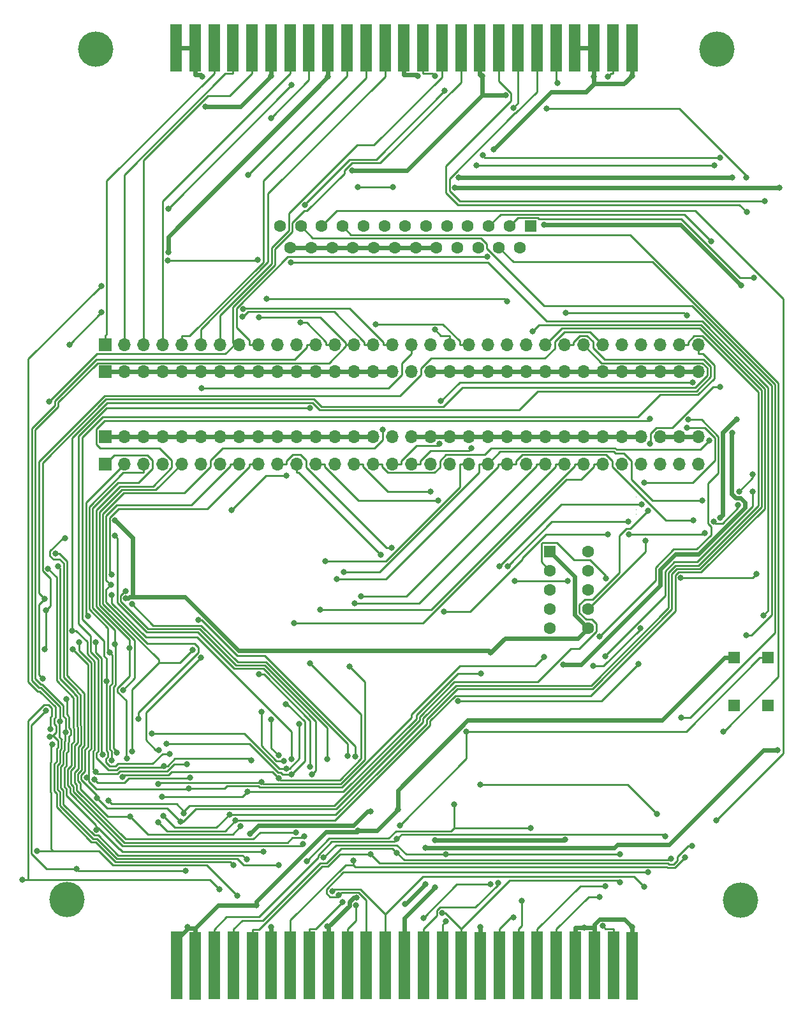
<source format=gbr>
%TF.GenerationSoftware,KiCad,Pcbnew,(6.0.2)*%
%TF.CreationDate,2022-10-27T18:33:53-05:00*%
%TF.ProjectId,REF1329_Breakout,52454631-3332-4395-9f42-7265616b6f75,rev?*%
%TF.SameCoordinates,Original*%
%TF.FileFunction,Copper,L2,Bot*%
%TF.FilePolarity,Positive*%
%FSLAX46Y46*%
G04 Gerber Fmt 4.6, Leading zero omitted, Abs format (unit mm)*
G04 Created by KiCad (PCBNEW (6.0.2)) date 2022-10-27 18:33:53*
%MOMM*%
%LPD*%
G01*
G04 APERTURE LIST*
%TA.AperFunction,NonConductor*%
%ADD10C,0.000001*%
%TD*%
%TA.AperFunction,ComponentPad*%
%ADD11R,1.700000X1.700000*%
%TD*%
%TA.AperFunction,ComponentPad*%
%ADD12O,1.700000X1.700000*%
%TD*%
%TA.AperFunction,ComponentPad*%
%ADD13R,1.590000X1.590000*%
%TD*%
%TA.AperFunction,ComponentPad*%
%ADD14C,4.680000*%
%TD*%
%TA.AperFunction,SMDPad,CuDef*%
%ADD15R,1.530000X9.000000*%
%TD*%
%TA.AperFunction,ComponentPad*%
%ADD16R,1.600000X1.600000*%
%TD*%
%TA.AperFunction,ComponentPad*%
%ADD17C,1.600000*%
%TD*%
%TA.AperFunction,SMDPad,CuDef*%
%ADD18R,1.530000X6.250000*%
%TD*%
%TA.AperFunction,ViaPad*%
%ADD19C,0.800000*%
%TD*%
%TA.AperFunction,Conductor*%
%ADD20C,0.250000*%
%TD*%
%TA.AperFunction,Conductor*%
%ADD21C,0.600000*%
%TD*%
G04 APERTURE END LIST*
D10*
X177067600Y-90017100D02*
G75*
G03*
X177067600Y-90017100I0J0D01*
G01*
X177067600Y-90603100D02*
G75*
G03*
X177067600Y-90603100I0J0D01*
G01*
X177067600Y-88316100D02*
G75*
G03*
X177067600Y-88316100I0J0D01*
G01*
D11*
%TO.P,J7,1,Pin_1*%
%TO.N,/A16*%
X106570700Y-83977000D03*
D12*
%TO.P,J7,2,Pin_2*%
%TO.N,/A17*%
X109110700Y-83977000D03*
%TO.P,J7,3,Pin_3*%
%TO.N,/A18*%
X111650700Y-83977000D03*
%TO.P,J7,4,Pin_4*%
%TO.N,/{slash}read_bottom*%
X114190700Y-83977000D03*
%TO.P,J7,5,Pin_5*%
%TO.N,/{slash}write*%
X116730700Y-83977000D03*
%TO.P,J7,6,Pin_6*%
%TO.N,/ALE_H*%
X119270700Y-83977000D03*
%TO.P,J7,7,Pin_7*%
%TO.N,/ALE_L*%
X121810700Y-83977000D03*
%TO.P,J7,8,Pin_8*%
%TO.N,/Chip_Enable*%
X124350700Y-83977000D03*
%TO.P,J7,9,Pin_9*%
%TO.N,/Output_Enable*%
X126890700Y-83977000D03*
%TO.P,J7,10,Pin_10*%
%TO.N,/PIC.GP4*%
X129430700Y-83977000D03*
%TO.P,J7,11,Pin_11*%
%TO.N,/PIC.GP5*%
X131970700Y-83977000D03*
%TO.P,J7,12,Pin_12*%
%TO.N,/Button*%
X134510700Y-83977000D03*
%TO.P,J7,13,Pin_13*%
%TO.N,/{slash}read_top*%
X137050700Y-83977000D03*
%TO.P,J7,14,Pin_14*%
%TO.N,/{slash}COLD_RESET*%
X139590700Y-83977000D03*
%TO.P,J7,15,Pin_15*%
%TO.N,/PPort_2*%
X142130700Y-83977000D03*
%TO.P,J7,16,Pin_16*%
%TO.N,/PPort_3*%
X144670700Y-83977000D03*
%TO.P,J7,17,Pin_17*%
%TO.N,/PPort_4*%
X147210700Y-83977000D03*
%TO.P,J7,18,Pin_18*%
%TO.N,/PPort_5*%
X149750700Y-83977000D03*
%TO.P,J7,19,Pin_19*%
%TO.N,/PPort_6*%
X152290700Y-83977000D03*
%TO.P,J7,20,Pin_20*%
%TO.N,/74HC04*%
X154830700Y-83977000D03*
%TO.P,J7,21,Pin_21*%
%TO.N,/74HC164_DSA_DSB*%
X157370700Y-83977000D03*
%TO.P,J7,22,Pin_22*%
%TO.N,/74HC164_CP*%
X159910700Y-83977000D03*
%TO.P,J7,23,Pin_23*%
%TO.N,/Pin_1*%
X162450700Y-83977000D03*
%TO.P,J7,24,Pin_24*%
%TO.N,/Pin_33*%
X164990700Y-83977000D03*
%TO.P,J7,25,Pin_25*%
%TO.N,/Pin_34*%
X167530700Y-83977000D03*
%TO.P,J7,26,Pin_26*%
%TO.N,/Pin_39*%
X170070700Y-83977000D03*
%TO.P,J7,27,Pin_27*%
%TO.N,/Pin_42*%
X172610700Y-83977000D03*
%TO.P,J7,28,Pin_28*%
%TO.N,unconnected-(J7-Pad28)*%
X175150700Y-83977000D03*
%TO.P,J7,29,Pin_29*%
%TO.N,unconnected-(J7-Pad29)*%
X177690700Y-83977000D03*
%TO.P,J7,30,Pin_30*%
%TO.N,unconnected-(J7-Pad30)*%
X180230700Y-83977000D03*
%TO.P,J7,31,Pin_31*%
%TO.N,unconnected-(J7-Pad31)*%
X182770700Y-83977000D03*
%TO.P,J7,32,Pin_32*%
%TO.N,unconnected-(J7-Pad32)*%
X185310700Y-83977000D03*
%TD*%
D13*
%TO.P,SW1,1,1*%
%TO.N,/GND*%
X190043900Y-116045900D03*
X190083900Y-109695900D03*
%TO.P,SW1,2,2*%
%TO.N,/Button*%
X194529900Y-116048900D03*
X194568900Y-109696900D03*
%TD*%
D14*
%TO.P,Hole1,1*%
%TO.N,N/C*%
X105352400Y-28947400D03*
%TD*%
D15*
%TO.P,J5,26,Pin_25*%
%TO.N,/GND*%
X116029400Y-150518400D03*
%TO.P,J5,27,Pin_24*%
X118547400Y-150532400D03*
%TO.P,J5,28,Pin_23*%
%TO.N,/AD0*%
X121072400Y-150520400D03*
%TO.P,J5,29,Pin_22*%
%TO.N,/AD1*%
X123599400Y-150514400D03*
%TO.P,J5,30,Pin_21*%
%TO.N,/AD2*%
X126118400Y-150528400D03*
%TO.P,J5,31,Pin_20*%
%TO.N,/GND*%
X128637400Y-150514400D03*
%TO.P,J5,32,Pin_19*%
%TO.N,/AD3*%
X131160400Y-150503400D03*
%TO.P,J5,33,Pin_18*%
%TO.N,/ALE_L*%
X133679400Y-150489400D03*
%TO.P,J5,34,Pin_17*%
%TO.N,/VCC*%
X136198400Y-150517400D03*
%TO.P,J5,35,Pin_16*%
%TO.N,/ALE_H*%
X138726400Y-150517400D03*
%TO.P,J5,36,Pin_15*%
%TO.N,/AD4*%
X141251400Y-150508400D03*
%TO.P,J5,37,Pin_14*%
%TO.N,/AD5*%
X143772400Y-150500400D03*
%TO.P,J5,38,Pin_13*%
%TO.N,/12V_Rear*%
X146296400Y-150484400D03*
%TO.P,J5,39,Pin_12*%
%TO.N,/UNUSED_Rear*%
X148816400Y-150457400D03*
%TO.P,J5,40,Pin_11*%
%TO.N,/AD6*%
X151336400Y-150469400D03*
%TO.P,J5,41,Pin_10*%
%TO.N,/AD7*%
X153855400Y-150455400D03*
%TO.P,J5,42,Pin_9*%
%TO.N,/VCC*%
X156373400Y-150521400D03*
%TO.P,J5,43,Pin_8*%
%TO.N,/CIC_DATA2*%
X158897400Y-150515400D03*
%TO.P,J5,44,Pin_7*%
%TO.N,/Unknown_1*%
X161423400Y-150505400D03*
%TO.P,J5,45,Pin_6*%
%TO.N,/{slash}OS EVENT*%
X163941400Y-150501400D03*
%TO.P,J5,46,Pin_5*%
%TO.N,/Unknown_2*%
X166461400Y-150486400D03*
%TO.P,J5,47,Pin_4*%
%TO.N,/GND*%
X168980400Y-150486400D03*
%TO.P,J5,48,Pin_3*%
X171510400Y-150470400D03*
%TO.P,J5,49,Pin_2*%
%TO.N,/RAUDIO*%
X174036400Y-150469400D03*
%TO.P,J5,50,Pin_1*%
%TO.N,/GND*%
X176555400Y-150528400D03*
%TD*%
D14*
%TO.P,Hole2,1*%
%TO.N,N/C*%
X101501400Y-141759400D03*
%TD*%
D16*
%TO.P,U3,1,CA*%
%TO.N,/VCC*%
X165596900Y-95580900D03*
D17*
%TO.P,U3,2,F*%
%TO.N,/F*%
X165596900Y-98120900D03*
%TO.P,U3,3,G*%
%TO.N,/G*%
X165596900Y-100660900D03*
%TO.P,U3,4,E*%
%TO.N,/E*%
X165596900Y-103200900D03*
%TO.P,U3,5,D*%
%TO.N,/D*%
X165596900Y-105740900D03*
%TO.P,U3,6,CA*%
%TO.N,/VCC*%
X170676900Y-105740900D03*
%TO.P,U3,7,DP*%
%TO.N,/DP*%
X170676900Y-103200900D03*
%TO.P,U3,8,C*%
%TO.N,/C*%
X170676900Y-100660900D03*
%TO.P,U3,9,B*%
%TO.N,/B*%
X170676900Y-98120900D03*
%TO.P,U3,10,A*%
%TO.N,/A*%
X170676900Y-95580900D03*
%TD*%
D11*
%TO.P,J9,1,Pin_1*%
%TO.N,/GND*%
X106577700Y-80375000D03*
D12*
%TO.P,J9,2,Pin_2*%
X109117700Y-80375000D03*
%TO.P,J9,3,Pin_3*%
X111657700Y-80375000D03*
%TO.P,J9,4,Pin_4*%
X114197700Y-80375000D03*
%TO.P,J9,5,Pin_5*%
X116737700Y-80375000D03*
%TO.P,J9,6,Pin_6*%
X119277700Y-80375000D03*
%TO.P,J9,7,Pin_7*%
X121817700Y-80375000D03*
%TO.P,J9,8,Pin_8*%
X124357700Y-80375000D03*
%TO.P,J9,9,Pin_9*%
X126897700Y-80375000D03*
%TO.P,J9,10,Pin_10*%
X129437700Y-80375000D03*
%TO.P,J9,11,Pin_11*%
X131977700Y-80375000D03*
%TO.P,J9,12,Pin_12*%
X134517700Y-80375000D03*
%TO.P,J9,13,Pin_13*%
X137057700Y-80375000D03*
%TO.P,J9,14,Pin_14*%
X139597700Y-80375000D03*
%TO.P,J9,15,Pin_15*%
X142137700Y-80375000D03*
%TO.P,J9,16,Pin_16*%
X144677700Y-80375000D03*
%TO.P,J9,17,Pin_17*%
X147217700Y-80375000D03*
%TO.P,J9,18,Pin_18*%
X149757700Y-80375000D03*
%TO.P,J9,19,Pin_19*%
X152297700Y-80375000D03*
%TO.P,J9,20,Pin_20*%
X154837700Y-80375000D03*
%TO.P,J9,21,Pin_21*%
X157377700Y-80375000D03*
%TO.P,J9,22,Pin_22*%
X159917700Y-80375000D03*
%TO.P,J9,23,Pin_23*%
X162457700Y-80375000D03*
%TO.P,J9,24,Pin_24*%
X164997700Y-80375000D03*
%TO.P,J9,25,Pin_25*%
X167537700Y-80375000D03*
%TO.P,J9,26,Pin_26*%
X170077700Y-80375000D03*
%TO.P,J9,27,Pin_27*%
X172617700Y-80375000D03*
%TO.P,J9,28,Pin_28*%
X175157700Y-80375000D03*
%TO.P,J9,29,Pin_29*%
X177697700Y-80375000D03*
%TO.P,J9,30,Pin_30*%
X180237700Y-80375000D03*
%TO.P,J9,31,Pin_31*%
X182777700Y-80375000D03*
%TO.P,J9,32,Pin_32*%
X185317700Y-80375000D03*
%TD*%
D11*
%TO.P,J6,1,Pin_1*%
%TO.N,/AD0*%
X106575700Y-68175000D03*
D12*
%TO.P,J6,2,Pin_2*%
%TO.N,/AD1*%
X109115700Y-68175000D03*
%TO.P,J6,3,Pin_3*%
%TO.N,/AD2*%
X111655700Y-68175000D03*
%TO.P,J6,4,Pin_4*%
%TO.N,/AD3*%
X114195700Y-68175000D03*
%TO.P,J6,5,Pin_5*%
%TO.N,/AD4*%
X116735700Y-68175000D03*
%TO.P,J6,6,Pin_6*%
%TO.N,/AD5*%
X119275700Y-68175000D03*
%TO.P,J6,7,Pin_7*%
%TO.N,/AD6*%
X121815700Y-68175000D03*
%TO.P,J6,8,Pin_8*%
%TO.N,/AD7*%
X124355700Y-68175000D03*
%TO.P,J6,9,Pin_9*%
%TO.N,/AD8*%
X126895700Y-68175000D03*
%TO.P,J6,10,Pin_10*%
%TO.N,/AD9*%
X129435700Y-68175000D03*
%TO.P,J6,11,Pin_11*%
%TO.N,/AD10*%
X131975700Y-68175000D03*
%TO.P,J6,12,Pin_12*%
%TO.N,/AD11*%
X134515700Y-68175000D03*
%TO.P,J6,13,Pin_13*%
%TO.N,/AD12*%
X137055700Y-68175000D03*
%TO.P,J6,14,Pin_14*%
%TO.N,/AD13*%
X139595700Y-68175000D03*
%TO.P,J6,15,Pin_15*%
%TO.N,/AD14*%
X142135700Y-68175000D03*
%TO.P,J6,16,Pin_16*%
%TO.N,/AD15*%
X144675700Y-68175000D03*
%TO.P,J6,17,Pin_17*%
%TO.N,/A0*%
X147215700Y-68175000D03*
%TO.P,J6,18,Pin_18*%
%TO.N,/A1*%
X149755700Y-68175000D03*
%TO.P,J6,19,Pin_19*%
%TO.N,/A2*%
X152295700Y-68175000D03*
%TO.P,J6,20,Pin_20*%
%TO.N,/A3*%
X154835700Y-68175000D03*
%TO.P,J6,21,Pin_21*%
%TO.N,/A4*%
X157375700Y-68175000D03*
%TO.P,J6,22,Pin_22*%
%TO.N,/A5*%
X159915700Y-68175000D03*
%TO.P,J6,23,Pin_23*%
%TO.N,/A6*%
X162455700Y-68175000D03*
%TO.P,J6,24,Pin_24*%
%TO.N,/A7*%
X164995700Y-68175000D03*
%TO.P,J6,25,Pin_25*%
%TO.N,/A8*%
X167535700Y-68175000D03*
%TO.P,J6,26,Pin_26*%
%TO.N,/A9*%
X170075700Y-68175000D03*
%TO.P,J6,27,Pin_27*%
%TO.N,/A10*%
X172615700Y-68175000D03*
%TO.P,J6,28,Pin_28*%
%TO.N,/A11*%
X175155700Y-68175000D03*
%TO.P,J6,29,Pin_29*%
%TO.N,/A12*%
X177695700Y-68175000D03*
%TO.P,J6,30,Pin_30*%
%TO.N,/A13*%
X180235700Y-68175000D03*
%TO.P,J6,31,Pin_31*%
%TO.N,/A14*%
X182775700Y-68175000D03*
%TO.P,J6,32,Pin_32*%
%TO.N,/A15*%
X185315700Y-68175000D03*
%TD*%
D14*
%TO.P,Hole3,1*%
%TO.N,N/C*%
X187783400Y-28986400D03*
%TD*%
%TO.P,Hole4,1*%
%TO.N,N/C*%
X190958400Y-141804400D03*
%TD*%
D18*
%TO.P,J3,26,Pin_1*%
%TO.N,/GND*%
X115983400Y-28780400D03*
%TO.P,J3,27,Pin_2*%
X118501400Y-28780400D03*
%TO.P,J3,28,Pin_3*%
%TO.N,/AD0*%
X121026400Y-28780400D03*
%TO.P,J3,29,Pin_4*%
%TO.N,/AD1*%
X123553400Y-28780400D03*
%TO.P,J3,30,Pin_5*%
%TO.N,/AD2*%
X126072400Y-28780400D03*
%TO.P,J3,31,Pin_6*%
%TO.N,/GND*%
X128591400Y-28780400D03*
%TO.P,J3,32,Pin_7*%
%TO.N,/AD3*%
X131114400Y-28780400D03*
%TO.P,J3,33,Pin_8*%
%TO.N,/ALE_L*%
X133633400Y-28780400D03*
%TO.P,J3,34,Pin_9*%
%TO.N,/VCC*%
X136152400Y-28780400D03*
%TO.P,J3,35,Pin_10*%
%TO.N,/ALE_H*%
X138680400Y-28780400D03*
%TO.P,J3,36,Pin_11*%
%TO.N,/AD4*%
X141205400Y-28780400D03*
%TO.P,J3,37,Pin_12*%
%TO.N,/AD5*%
X143726400Y-28780400D03*
%TO.P,J3,38,Pin_13*%
%TO.N,/12V_Rear*%
X146250400Y-28780400D03*
%TO.P,J3,39,Pin_14*%
%TO.N,/UNUSED_Rear*%
X148770400Y-28780400D03*
%TO.P,J3,40,Pin_15*%
%TO.N,/AD6*%
X151290400Y-28780400D03*
%TO.P,J3,41,Pin_16*%
%TO.N,/AD7*%
X153809400Y-28780400D03*
%TO.P,J3,42,Pin_17*%
%TO.N,/VCC*%
X156327400Y-28780400D03*
%TO.P,J3,43,Pin_18*%
%TO.N,/CIC_DATA2*%
X158851400Y-28780400D03*
%TO.P,J3,44,Pin_19*%
%TO.N,/Unknown_1*%
X161377400Y-28780400D03*
%TO.P,J3,45,Pin_20*%
%TO.N,/{slash}OS EVENT*%
X163895400Y-28780400D03*
%TO.P,J3,46,Pin_21*%
%TO.N,/Unknown_2*%
X166415400Y-28780400D03*
%TO.P,J3,47,Pin_22*%
%TO.N,/GND*%
X168934400Y-28780400D03*
%TO.P,J3,48,Pin_23*%
X171464400Y-28780400D03*
%TO.P,J3,49,Pin_24*%
%TO.N,/RAUDIO*%
X173990400Y-28780400D03*
%TO.P,J3,50,Pin_25*%
%TO.N,/GND*%
X176509400Y-28780400D03*
%TD*%
D11*
%TO.P,J8,1,Pin_1*%
%TO.N,/GND*%
X106577700Y-71774000D03*
D12*
%TO.P,J8,2,Pin_2*%
X109117700Y-71774000D03*
%TO.P,J8,3,Pin_3*%
X111657700Y-71774000D03*
%TO.P,J8,4,Pin_4*%
X114197700Y-71774000D03*
%TO.P,J8,5,Pin_5*%
X116737700Y-71774000D03*
%TO.P,J8,6,Pin_6*%
X119277700Y-71774000D03*
%TO.P,J8,7,Pin_7*%
X121817700Y-71774000D03*
%TO.P,J8,8,Pin_8*%
X124357700Y-71774000D03*
%TO.P,J8,9,Pin_9*%
X126897700Y-71774000D03*
%TO.P,J8,10,Pin_10*%
X129437700Y-71774000D03*
%TO.P,J8,11,Pin_11*%
X131977700Y-71774000D03*
%TO.P,J8,12,Pin_12*%
X134517700Y-71774000D03*
%TO.P,J8,13,Pin_13*%
X137057700Y-71774000D03*
%TO.P,J8,14,Pin_14*%
X139597700Y-71774000D03*
%TO.P,J8,15,Pin_15*%
X142137700Y-71774000D03*
%TO.P,J8,16,Pin_16*%
X144677700Y-71774000D03*
%TO.P,J8,17,Pin_17*%
X147217700Y-71774000D03*
%TO.P,J8,18,Pin_18*%
X149757700Y-71774000D03*
%TO.P,J8,19,Pin_19*%
X152297700Y-71774000D03*
%TO.P,J8,20,Pin_20*%
X154837700Y-71774000D03*
%TO.P,J8,21,Pin_21*%
X157377700Y-71774000D03*
%TO.P,J8,22,Pin_22*%
X159917700Y-71774000D03*
%TO.P,J8,23,Pin_23*%
X162457700Y-71774000D03*
%TO.P,J8,24,Pin_24*%
X164997700Y-71774000D03*
%TO.P,J8,25,Pin_25*%
X167537700Y-71774000D03*
%TO.P,J8,26,Pin_26*%
X170077700Y-71774000D03*
%TO.P,J8,27,Pin_27*%
X172617700Y-71774000D03*
%TO.P,J8,28,Pin_28*%
X175157700Y-71774000D03*
%TO.P,J8,29,Pin_29*%
X177697700Y-71774000D03*
%TO.P,J8,30,Pin_30*%
X180237700Y-71774000D03*
%TO.P,J8,31,Pin_31*%
X182777700Y-71774000D03*
%TO.P,J8,32,Pin_32*%
X185317700Y-71774000D03*
%TD*%
D16*
%TO.P,J1,1,1*%
%TO.N,unconnected-(J1-Pad1)*%
X163023400Y-52460100D03*
D17*
%TO.P,J1,2,2*%
%TO.N,/PPort_2*%
X160253400Y-52460100D03*
%TO.P,J1,3,3*%
%TO.N,/PPort_3*%
X157483400Y-52460100D03*
%TO.P,J1,4,4*%
%TO.N,/PPort_4*%
X154713400Y-52460100D03*
%TO.P,J1,5,5*%
%TO.N,/PPort_5*%
X151943400Y-52460100D03*
%TO.P,J1,6,6*%
%TO.N,/PPort_6*%
X149173400Y-52460100D03*
%TO.P,J1,7,7*%
%TO.N,unconnected-(J1-Pad7)*%
X146403400Y-52460100D03*
%TO.P,J1,8,8*%
%TO.N,unconnected-(J1-Pad8)*%
X143633400Y-52460100D03*
%TO.P,J1,9,9*%
%TO.N,unconnected-(J1-Pad9)*%
X140863400Y-52460100D03*
%TO.P,J1,10,10*%
%TO.N,/PPort_10*%
X138093400Y-52460100D03*
%TO.P,J1,11,11*%
%TO.N,/PPort_11*%
X135323400Y-52460100D03*
%TO.P,J1,12,12*%
%TO.N,/PPort_12*%
X132553400Y-52460100D03*
%TO.P,J1,13,13*%
%TO.N,/PPort_13*%
X129783400Y-52460100D03*
%TO.P,J1,14,P14*%
%TO.N,unconnected-(J1-Pad14)*%
X161638400Y-55300100D03*
%TO.P,J1,15,P15*%
%TO.N,/PPort_15*%
X158868400Y-55300100D03*
%TO.P,J1,16,P16*%
%TO.N,unconnected-(J1-Pad16)*%
X156098400Y-55300100D03*
%TO.P,J1,17,P17*%
%TO.N,unconnected-(J1-Pad17)*%
X153328400Y-55300100D03*
%TO.P,J1,18,P18*%
%TO.N,/GND*%
X150558400Y-55300100D03*
%TO.P,J1,19,P19*%
X147788400Y-55300100D03*
%TO.P,J1,20,P20*%
X145018400Y-55300100D03*
%TO.P,J1,21,P21*%
X142248400Y-55300100D03*
%TO.P,J1,22,P22*%
X139478400Y-55300100D03*
%TO.P,J1,23,P23*%
X136708400Y-55300100D03*
%TO.P,J1,24,P24*%
X133938400Y-55300100D03*
%TO.P,J1,25,P25*%
X131168400Y-55300100D03*
%TD*%
D19*
%TO.N,/A18*%
X107449100Y-123335400D03*
X107173000Y-109020700D03*
%TO.N,/A16*%
X108124200Y-122323400D03*
X107869100Y-107875700D03*
%TO.N,/A15*%
X115101400Y-122420200D03*
X106798700Y-112803800D03*
%TO.N,/A12*%
X178888100Y-78021100D03*
X109789000Y-108383600D03*
X109473800Y-123025000D03*
%TO.N,/A7*%
X123058400Y-130477400D03*
X114278900Y-130701600D03*
%TO.N,/A6*%
X113647500Y-131494900D03*
X123901500Y-131261100D03*
X163336500Y-66367700D03*
%TO.N,/A5*%
X106068800Y-63901300D03*
X124579400Y-132051300D03*
X101825600Y-68144500D03*
X127975100Y-62053900D03*
X114922900Y-57032000D03*
X109900000Y-130788800D03*
X159915700Y-62392300D03*
X100000100Y-95849800D03*
X126808400Y-56954200D03*
%TO.N,/A4*%
X114141900Y-128112200D03*
X125484100Y-127450800D03*
X156447100Y-111748300D03*
%TO.N,/A3*%
X133793000Y-76590200D03*
X114419600Y-124029900D03*
X125974300Y-123299000D03*
X142519300Y-65431700D03*
%TO.N,/A2*%
X150348000Y-66188100D03*
X113636900Y-126402500D03*
X138981200Y-110828200D03*
X127359100Y-126147700D03*
%TO.N,/A1*%
X110141600Y-122099400D03*
X118187300Y-108623500D03*
X143407700Y-79440100D03*
%TO.N,/A0*%
X119280900Y-109699200D03*
X119412500Y-73924400D03*
X113670900Y-121911300D03*
%TO.N,/AD0*%
X180889700Y-133410800D03*
X118914900Y-104671400D03*
X145309900Y-133720000D03*
X139792700Y-122778100D03*
%TO.N,/AD1*%
X110139900Y-102573000D03*
X138763800Y-122677500D03*
X145311100Y-135568700D03*
X181713800Y-136362700D03*
%TO.N,/AD2*%
X141816300Y-135774600D03*
X109339800Y-100827000D03*
X136079400Y-123100700D03*
X184474100Y-134663600D03*
%TO.N,/GND*%
X145432700Y-129833900D03*
X176555400Y-145411000D03*
X117533900Y-145418800D03*
X128591400Y-32540000D03*
X171464400Y-32593100D03*
X140111500Y-132645900D03*
X170153700Y-145486300D03*
X119883900Y-36570900D03*
X126631800Y-142496800D03*
X128637400Y-145414000D03*
X176509400Y-32517300D03*
X158115900Y-42257000D03*
X119497500Y-32641700D03*
%TO.N,/AD3*%
X183549000Y-136141600D03*
X134057400Y-125173300D03*
X139491900Y-136602900D03*
X107889500Y-93532000D03*
%TO.N,/AD4*%
X107439400Y-101411100D03*
X131270000Y-123121600D03*
X178629700Y-138147900D03*
X137579400Y-141203300D03*
%TO.N,/AD5*%
X178128600Y-140095800D03*
X136712300Y-140655900D03*
X101267300Y-93799400D03*
X131912800Y-132836200D03*
%TO.N,/AD6*%
X151814000Y-135785300D03*
X135579400Y-136190100D03*
X132998800Y-133337000D03*
X174919900Y-135751200D03*
X100301700Y-97519800D03*
X151831000Y-144658800D03*
%TO.N,/AD7*%
X98991800Y-97859600D03*
X151332400Y-143530900D03*
X99170800Y-75705300D03*
X174930200Y-139498200D03*
X132838300Y-134356500D03*
%TO.N,/Chip_Enable*%
X107311000Y-100030200D03*
X110974800Y-117756300D03*
%TO.N,/A10*%
X98307200Y-112494700D03*
X98562300Y-101859000D03*
%TO.N,/Output_Enable*%
X107439400Y-98622700D03*
X106223800Y-122509900D03*
X105351200Y-107639100D03*
%TO.N,/A11*%
X103141700Y-107637100D03*
X117694400Y-127019300D03*
X104113100Y-125555500D03*
X164854300Y-109571300D03*
%TO.N,/A9*%
X98521500Y-108538200D03*
X105113300Y-125803000D03*
X117829700Y-125552200D03*
X98692900Y-103426400D03*
%TO.N,/A8*%
X117426300Y-123837300D03*
X105302800Y-124802800D03*
X102224200Y-106082900D03*
%TO.N,/A13*%
X107005900Y-128599500D03*
X178661600Y-90191000D03*
X117039600Y-130286600D03*
%TO.N,/A14*%
X105480500Y-128283300D03*
X102262000Y-108608700D03*
X116558200Y-131461900D03*
%TO.N,/A17*%
X98736100Y-116693500D03*
X104288700Y-104126000D03*
X117249000Y-137949500D03*
X102782100Y-137733400D03*
%TO.N,/{slash}write*%
X105424400Y-132496800D03*
X108970700Y-113956200D03*
X130652900Y-85504200D03*
X123325900Y-90128700D03*
X101443400Y-115151500D03*
X127579400Y-135424000D03*
%TO.N,/VCC*%
X141811000Y-130098000D03*
X139927800Y-141541900D03*
X114929600Y-55935200D03*
X190439600Y-78090800D03*
X125836700Y-133020200D03*
X188243000Y-91109200D03*
X136091100Y-145355600D03*
X107889500Y-91423800D03*
X156636300Y-32550200D03*
X159741400Y-35098900D03*
X139319000Y-45094300D03*
X156373400Y-145414100D03*
X109339800Y-101827200D03*
X190960000Y-60305100D03*
X157751400Y-109032900D03*
X164873700Y-52300500D03*
X136152400Y-32624000D03*
%TO.N,/AD8*%
X131309900Y-125194200D03*
X157324100Y-56505800D03*
X114727100Y-121080300D03*
X130551300Y-115809600D03*
%TO.N,/AD9*%
X130674600Y-124390700D03*
X151613200Y-34521900D03*
X112735200Y-119766700D03*
X133081300Y-49671600D03*
X132358600Y-118484100D03*
%TO.N,/AD10*%
X129622900Y-125682500D03*
X133808000Y-110439000D03*
X108833900Y-125529700D03*
%TO.N,/AD11*%
X129579400Y-137152400D03*
X100586500Y-118173700D03*
%TO.N,/AD12*%
X99347000Y-119186200D03*
X121742600Y-140389700D03*
X132509400Y-65259100D03*
X95557600Y-139094300D03*
X114930300Y-50127200D03*
X131352800Y-33704700D03*
%TO.N,/AD13*%
X101297500Y-119562600D03*
X125358200Y-136403300D03*
X127015500Y-64531400D03*
%TO.N,/AD14*%
X99581100Y-121201900D03*
X97525000Y-135324200D03*
X124753700Y-64478500D03*
X124099100Y-141231100D03*
%TO.N,/AD15*%
X106059100Y-60377600D03*
X124885800Y-63478300D03*
X99184800Y-120186400D03*
X123579400Y-137188700D03*
%TO.N,/{slash}read_bottom*%
X130269800Y-123390500D03*
X127292200Y-116851200D03*
%TO.N,/{slash}COLD_RESET*%
X152916600Y-129141000D03*
X191657000Y-45996600D03*
X149750800Y-87650900D03*
X190572800Y-89416100D03*
X192522300Y-85369600D03*
X190722000Y-87615800D03*
X163028600Y-132239600D03*
X165211000Y-36883200D03*
X151580500Y-103558400D03*
X133311000Y-136653400D03*
X186208600Y-93143900D03*
X176075300Y-93293700D03*
X187328100Y-91608800D03*
X173275400Y-93293700D03*
%TO.N,/ALE_L*%
X128597600Y-38095200D03*
X128634600Y-117879700D03*
X129600300Y-122645500D03*
X138083400Y-142113800D03*
%TO.N,/ALE_H*%
X139883700Y-142542100D03*
X127027500Y-111871200D03*
X133806400Y-124173100D03*
X125575700Y-45646700D03*
%TO.N,/Button*%
X145676400Y-131904500D03*
X150809800Y-88850600D03*
X154524400Y-119462100D03*
%TO.N,/PPort_2*%
X186785200Y-80841000D03*
X192676500Y-59266600D03*
%TO.N,/PPort_3*%
X150973200Y-81310000D03*
X151108700Y-75663000D03*
X184565900Y-73143400D03*
X187007000Y-54433100D03*
%TO.N,/PPort_4*%
X155169800Y-81930400D03*
%TO.N,/PPort_6*%
X153415200Y-115437900D03*
X177383600Y-110490000D03*
%TO.N,/PIC.GP4*%
X144586000Y-95068700D03*
%TO.N,/PIC.GP5*%
X143144600Y-96075800D03*
%TO.N,/Pin_33*%
X140503900Y-101551800D03*
%TO.N,/Pin_34*%
X139721600Y-102491100D03*
%TO.N,/74HC164_DSA_DSB*%
X185855200Y-88825900D03*
X138240800Y-98288100D03*
%TO.N,/74HC164_CP*%
X137280200Y-99222300D03*
X184662600Y-91477700D03*
%TO.N,/74HC04*%
X156397000Y-126479300D03*
X179828500Y-130406400D03*
X135828700Y-96849300D03*
%TO.N,/Pin_39*%
X135094000Y-103331300D03*
%TO.N,/{slash}read_top*%
X144758600Y-47249900D03*
X140119900Y-47249900D03*
%TO.N,/Pin_42*%
X131680500Y-105107000D03*
%TO.N,/F*%
X173056100Y-99159400D03*
%TO.N,/D*%
X171316400Y-110755000D03*
X177594400Y-105805600D03*
%TO.N,/DP*%
X178304500Y-94202100D03*
%TO.N,/PPort_10*%
X188619900Y-119464500D03*
%TO.N,/PPort_11*%
X187699500Y-131241500D03*
%TO.N,/PPort_12*%
X191696800Y-106734000D03*
%TO.N,/PPort_13*%
X193922600Y-104106800D03*
X131210800Y-57232900D03*
%TO.N,/PPort_15*%
X183061200Y-117603800D03*
%TO.N,/12V_Rear*%
X148046300Y-32532800D03*
X189826600Y-79854700D03*
X150362900Y-140126500D03*
X150362900Y-133843600D03*
X189826600Y-45985900D03*
X167597200Y-133834800D03*
X167369200Y-110583600D03*
X153524300Y-45985900D03*
%TO.N,/UNUSED_Rear*%
X156671700Y-43051600D03*
X188201300Y-73733800D03*
X158946200Y-97539100D03*
X188201300Y-43334600D03*
X158709800Y-139568100D03*
X178865800Y-81344000D03*
X150379800Y-32560200D03*
X177822300Y-89387200D03*
%TO.N,/CIC_DATA2*%
X160734400Y-144150700D03*
X160973900Y-99535800D03*
X168000100Y-99535800D03*
X191734000Y-50561800D03*
%TO.N,/Unknown_1*%
X161899200Y-141914700D03*
X160746400Y-36736800D03*
%TO.N,/{slash}OS EVENT*%
X194126700Y-49147800D03*
X172948500Y-139948300D03*
X192522300Y-87626200D03*
X172927200Y-109533000D03*
%TO.N,/Unknown_2*%
X166589000Y-33453900D03*
X183996400Y-78091200D03*
X167684200Y-63916400D03*
X183766200Y-64263700D03*
X172202100Y-141388000D03*
X172202100Y-106857000D03*
%TO.N,/RAUDIO*%
X173329400Y-32659400D03*
X172618800Y-145265600D03*
%TO.N,/12V_Front*%
X149068300Y-134878100D03*
X146345900Y-142325000D03*
X153007400Y-47395700D03*
X196100600Y-47395700D03*
X195803000Y-121941900D03*
X149068300Y-139692900D03*
%TO.N,/UNUSED_Front*%
X178116500Y-86458900D03*
X183831100Y-79160300D03*
X148816400Y-144192300D03*
X159974500Y-97545200D03*
X187473600Y-44422600D03*
X155880600Y-44422600D03*
X157709600Y-139755900D03*
X176015900Y-91646400D03*
%TO.N,/Q2*%
X182971000Y-99074100D03*
X193007200Y-98554000D03*
%TD*%
D20*
%TO.N,/A18*%
X104463700Y-89685500D02*
X104463700Y-103275600D01*
X107523800Y-113104200D02*
X107523800Y-109371500D01*
X107399000Y-123285300D02*
X107399000Y-122023000D01*
X107210500Y-113417500D02*
X107523800Y-113104200D01*
X107399000Y-122023000D02*
X107210500Y-121834500D01*
X106960900Y-105772800D02*
X106960900Y-108808600D01*
X107523800Y-109371500D02*
X107173000Y-109020700D01*
X111650700Y-85152100D02*
X108997100Y-85152100D01*
X104463700Y-103275600D02*
X106960900Y-105772800D01*
X107210500Y-121834500D02*
X107210500Y-113417500D01*
X106960900Y-108808600D02*
X107173000Y-109020700D01*
X107449100Y-123335400D02*
X107399000Y-123285300D01*
X111650700Y-83977000D02*
X111650700Y-85152100D01*
X108997100Y-85152100D02*
X104463700Y-89685500D01*
%TO.N,/A16*%
X112825211Y-84629989D02*
X112825211Y-83490501D01*
X108298200Y-86489500D02*
X110965700Y-86489500D01*
X110965700Y-86489500D02*
X112825211Y-84629989D01*
X107745211Y-82802489D02*
X106570700Y-83977000D01*
X107973900Y-113290700D02*
X107973900Y-107980500D01*
X108124200Y-122323400D02*
X108124200Y-122111600D01*
X107690300Y-113574300D02*
X107973900Y-113290700D01*
X107869000Y-107875700D02*
X107869000Y-106044200D01*
X107869000Y-106044200D02*
X104913800Y-103089000D01*
X107973900Y-107980500D02*
X107869100Y-107875700D01*
X107869100Y-107875700D02*
X107869000Y-107875700D01*
X104913800Y-89873900D02*
X108298200Y-86489500D01*
X108124200Y-122111600D02*
X107690300Y-121677700D01*
X104913800Y-103089000D02*
X104913800Y-89873900D01*
X112137199Y-82802489D02*
X107745211Y-82802489D01*
X107690300Y-121677700D02*
X107690300Y-113574300D01*
X112825211Y-83490501D02*
X112137199Y-82802489D01*
%TO.N,/A15*%
X106657100Y-123102100D02*
X106948900Y-122810300D01*
X108314600Y-123750100D02*
X107966100Y-124098600D01*
X106447800Y-109468900D02*
X106727900Y-109749000D01*
X115101400Y-122420200D02*
X114187600Y-122420200D01*
X185879100Y-69350100D02*
X187419600Y-70890600D01*
X177251100Y-77787400D02*
X106239000Y-77787400D01*
X185264000Y-74795800D02*
X180242700Y-74795800D01*
X106239000Y-77787400D02*
X103563500Y-80462900D01*
X103563500Y-80462900D02*
X103563500Y-104568300D01*
X106657100Y-123569100D02*
X106657100Y-123102100D01*
X185315700Y-69350100D02*
X185879100Y-69350100D01*
X180242700Y-74795800D02*
X177251100Y-77787400D01*
X106727900Y-121988500D02*
X106727900Y-112803800D01*
X103563500Y-104568300D02*
X106447800Y-107452600D01*
X107966100Y-124098600D02*
X107186600Y-124098600D01*
X187419600Y-72640200D02*
X185264000Y-74795800D01*
X112857700Y-123750100D02*
X108314600Y-123750100D01*
X114187600Y-122420200D02*
X112857700Y-123750100D01*
X187419600Y-70890600D02*
X187419600Y-72640200D01*
X106948900Y-122810300D02*
X106948900Y-122209500D01*
X106948900Y-122209500D02*
X106727900Y-121988500D01*
X106727900Y-109749000D02*
X106727900Y-112803800D01*
X107186600Y-124098600D02*
X106657100Y-123569100D01*
X106727900Y-112803800D02*
X106798700Y-112803800D01*
X185315700Y-68175000D02*
X185315700Y-69350100D01*
X106447800Y-107452600D02*
X106447800Y-109468900D01*
%TO.N,/A12*%
X115381900Y-83479500D02*
X113810700Y-81908300D01*
X178671700Y-78237500D02*
X178888100Y-78021100D01*
X108198100Y-114219100D02*
X108198100Y-113703100D01*
X109358500Y-115379500D02*
X108198100Y-114219100D01*
X115381900Y-84454200D02*
X115381900Y-83479500D01*
X105363900Y-102902500D02*
X105363900Y-90130400D01*
X109789000Y-107327600D02*
X105363900Y-102902500D01*
X113810700Y-81908300D02*
X105935100Y-81908300D01*
X112896500Y-86939600D02*
X115381900Y-84454200D01*
X109789000Y-108383600D02*
X109789000Y-107327600D01*
X109789000Y-112112200D02*
X109789000Y-108383600D01*
X109358500Y-122909700D02*
X109358500Y-115379500D01*
X106503600Y-78237500D02*
X178671700Y-78237500D01*
X105392200Y-81365400D02*
X105392200Y-79348900D01*
X108198100Y-113703100D02*
X109789000Y-112112200D01*
X105363900Y-90130400D02*
X108554700Y-86939600D01*
X105935100Y-81908300D02*
X105392200Y-81365400D01*
X108554700Y-86939600D02*
X112896500Y-86939600D01*
X109473800Y-123025000D02*
X109358500Y-122909700D01*
X105392200Y-79348900D02*
X106503600Y-78237500D01*
%TO.N,/A7*%
X121321700Y-132214100D02*
X115791400Y-132214100D01*
X181795800Y-98587300D02*
X182484300Y-97898800D01*
X185489600Y-65987100D02*
X167183600Y-65987100D01*
X137193400Y-130477400D02*
X143216100Y-124454700D01*
X123058400Y-130477400D02*
X121321700Y-132214100D01*
X193697600Y-89721700D02*
X193697600Y-74195100D01*
X149223200Y-117889700D02*
X153300400Y-113812500D01*
X171249700Y-113812500D02*
X181795800Y-103266400D01*
X123058400Y-130477400D02*
X137193400Y-130477400D01*
X153300400Y-113812500D02*
X171249700Y-113812500D01*
X143217100Y-124454700D02*
X149223200Y-118448600D01*
X149223200Y-118448600D02*
X149223200Y-117889700D01*
X143216100Y-124454700D02*
X143217100Y-124454700D01*
X167183600Y-65987100D02*
X164995700Y-68175000D01*
X182484300Y-97898800D02*
X185520500Y-97898800D01*
X115791400Y-132214100D02*
X114278900Y-130701600D01*
X193697600Y-74195100D02*
X185489600Y-65987100D01*
X181795800Y-103266400D02*
X181795800Y-98587300D01*
X185520500Y-97898800D02*
X193697600Y-89721700D01*
%TO.N,/A6*%
X113647500Y-131494900D02*
X114816800Y-132664200D01*
X182245900Y-98773700D02*
X182670700Y-98348900D01*
X143403600Y-124904800D02*
X149673300Y-118635100D01*
X122498400Y-132664200D02*
X123901500Y-131261100D01*
X149673300Y-118635100D02*
X149673300Y-118076200D01*
X194147700Y-74008600D02*
X185676100Y-65537000D01*
X164167200Y-65537000D02*
X163336500Y-66367700D01*
X153036800Y-114712700D02*
X170986100Y-114712700D01*
X185707000Y-98348900D02*
X194147700Y-89908200D01*
X149673300Y-118076200D02*
X153036800Y-114712700D01*
X137046300Y-131261100D02*
X143402600Y-124904800D01*
X143402600Y-124904800D02*
X143403600Y-124904800D01*
X185676100Y-65537000D02*
X164167200Y-65537000D01*
X182670700Y-98348900D02*
X185707000Y-98348900D01*
X114816800Y-132664200D02*
X122498400Y-132664200D01*
X194147700Y-89908200D02*
X194147700Y-74008600D01*
X123901500Y-131261100D02*
X137046300Y-131261100D01*
X170986100Y-114712700D02*
X182245900Y-103452900D01*
X182245900Y-103452900D02*
X182245900Y-98773700D01*
%TO.N,/A5*%
X126730600Y-57032000D02*
X114922900Y-57032000D01*
X100450300Y-95849800D02*
X101499100Y-96898600D01*
X102937900Y-125068700D02*
X102937900Y-126042300D01*
X123516400Y-133114300D02*
X124579400Y-132051300D01*
X103823000Y-121338700D02*
X103457100Y-121704600D01*
X112225500Y-133114300D02*
X123516400Y-133114300D01*
X101499100Y-112064900D02*
X103823000Y-114388800D01*
X106960600Y-130788800D02*
X109900000Y-130788800D01*
X103823000Y-114388800D02*
X103823000Y-121338700D01*
X159915700Y-62392300D02*
X159577300Y-62053900D01*
X103262500Y-126366900D02*
X103262500Y-127090700D01*
X109900000Y-130788800D02*
X112225500Y-133114300D01*
X159577300Y-62053900D02*
X127975100Y-62053900D01*
X102937900Y-126042300D02*
X103262500Y-126366900D01*
X106068800Y-63901300D02*
X101825600Y-68144500D01*
X101499100Y-96898600D02*
X101499100Y-112064900D01*
X103457100Y-124549500D02*
X102937900Y-125068700D01*
X126808400Y-56954200D02*
X126730600Y-57032000D01*
X100000100Y-95849800D02*
X100450300Y-95849800D01*
X103262500Y-127090700D02*
X106960600Y-130788800D01*
X103457100Y-121704600D02*
X103457100Y-124549500D01*
%TO.N,/A4*%
X125484100Y-127450800D02*
X124822700Y-128112200D01*
X125484100Y-127450800D02*
X138211000Y-127450800D01*
X124822700Y-128112200D02*
X114141900Y-128112200D01*
X153377100Y-111748300D02*
X156447100Y-111748300D01*
X147872900Y-117252500D02*
X153377100Y-111748300D01*
X138211000Y-127450800D02*
X147872900Y-117788900D01*
X147872900Y-117788900D02*
X147872900Y-117252500D01*
%TO.N,/A3*%
X133793000Y-76590200D02*
X106772600Y-76590200D01*
X104626000Y-108920300D02*
X105623400Y-109917700D01*
X106772600Y-76590200D02*
X103049300Y-80313500D01*
X154835700Y-68175000D02*
X153660600Y-68175000D01*
X105623400Y-122084700D02*
X105440500Y-122267600D01*
X125754100Y-123078800D02*
X115838200Y-123078800D01*
X108459000Y-124242300D02*
X114207200Y-124242300D01*
X105440500Y-122267600D02*
X105440500Y-123000100D01*
X125974300Y-123299000D02*
X125754100Y-123078800D01*
X105623400Y-109917700D02*
X105623400Y-122084700D01*
X103049300Y-80313500D02*
X103049300Y-105192800D01*
X107019500Y-124579100D02*
X108122200Y-124579100D01*
X115838200Y-123078800D02*
X114887100Y-124029900D01*
X103049300Y-105192800D02*
X104626000Y-106769500D01*
X114207200Y-124242300D02*
X114419600Y-124029900D01*
X108122200Y-124579100D02*
X108459000Y-124242300D01*
X142519300Y-65431700D02*
X151404300Y-65431700D01*
X114887100Y-124029900D02*
X114419600Y-124029900D01*
X104626000Y-106769500D02*
X104626000Y-108920300D01*
X105440500Y-123000100D02*
X107019500Y-124579100D01*
X151404300Y-65431700D02*
X153660600Y-67688000D01*
X153660600Y-67688000D02*
X153660600Y-68175000D01*
%TO.N,/A2*%
X152295700Y-68175000D02*
X152295700Y-66999900D01*
X120498200Y-126292900D02*
X113746500Y-126292900D01*
X141054300Y-123209500D02*
X141054300Y-112901300D01*
X137856100Y-126407700D02*
X141054300Y-123209500D01*
X127544900Y-126407700D02*
X137856100Y-126407700D01*
X150348000Y-66188100D02*
X151159800Y-66999900D01*
X120569200Y-126221900D02*
X120498200Y-126292900D01*
X151159800Y-66999900D02*
X152295700Y-66999900D01*
X127359100Y-126221900D02*
X120569200Y-126221900D01*
X127359100Y-126147700D02*
X127359100Y-126221900D01*
X127359100Y-126221900D02*
X127544900Y-126407700D01*
X141054300Y-112901300D02*
X138981200Y-110828200D01*
X113746500Y-126292900D02*
X113636900Y-126402500D01*
%TO.N,/A1*%
X116479500Y-110331300D02*
X118187300Y-108623500D01*
X120540700Y-83493400D02*
X122165000Y-81869100D01*
X142306100Y-81869100D02*
X143407700Y-80767500D01*
X113689700Y-110331300D02*
X113689700Y-109955100D01*
X109018800Y-87839800D02*
X117083400Y-87839800D01*
X113689700Y-109955100D02*
X106264100Y-102529500D01*
X117083400Y-87839800D02*
X120540700Y-84382500D01*
X143407700Y-80767500D02*
X143407700Y-79440100D01*
X113689700Y-110331300D02*
X116479500Y-110331300D01*
X106264100Y-102529500D02*
X106264100Y-90594500D01*
X106264100Y-90594500D02*
X109018800Y-87839800D01*
X122165000Y-81869100D02*
X142306100Y-81869100D01*
X110141600Y-113879400D02*
X113689700Y-110331300D01*
X110141600Y-122099400D02*
X110141600Y-113879400D01*
X120540700Y-84382500D02*
X120540700Y-83493400D01*
%TO.N,/A0*%
X113670900Y-121911300D02*
X113318100Y-121911300D01*
X119412500Y-73924400D02*
X144192900Y-73924400D01*
X112005600Y-116974500D02*
X119280900Y-109699200D01*
X145947700Y-70618100D02*
X147215700Y-69350100D01*
X112005600Y-120598800D02*
X112005600Y-116974500D01*
X147215700Y-68175000D02*
X147215700Y-69350100D01*
X144192900Y-73924400D02*
X145947700Y-72169600D01*
X113318100Y-121911300D02*
X112005600Y-120598800D01*
X145947700Y-72169600D02*
X145947700Y-70618100D01*
%TO.N,/AD0*%
X139792700Y-121453400D02*
X127777100Y-109437800D01*
X144952600Y-134077300D02*
X136662200Y-134077300D01*
X106575700Y-66999900D02*
X106794000Y-66781600D01*
X180889700Y-133410800D02*
X180588600Y-133109700D01*
X106794000Y-46462900D02*
X121026400Y-32230500D01*
X121072400Y-150520400D02*
X121072400Y-145695300D01*
X134849700Y-135889800D02*
X134849700Y-136206100D01*
X121026400Y-28780400D02*
X121026400Y-32230500D01*
X136662200Y-134077300D02*
X134849700Y-135889800D01*
X122699000Y-144068700D02*
X121072400Y-145695300D01*
X119365300Y-104671400D02*
X118914900Y-104671400D01*
X127777100Y-109437800D02*
X124131700Y-109437800D01*
X124131700Y-109437800D02*
X119365300Y-104671400D01*
X139792700Y-122778100D02*
X139792700Y-121453400D01*
X145920200Y-133109700D02*
X145309900Y-133720000D01*
X145309900Y-133720000D02*
X144952600Y-134077300D01*
X106575700Y-68175000D02*
X106575700Y-66999900D01*
X126987100Y-144068700D02*
X122699000Y-144068700D01*
X106794000Y-66781600D02*
X106794000Y-46462900D01*
X180588600Y-133109700D02*
X145920200Y-133109700D01*
X134849700Y-136206100D02*
X126987100Y-144068700D01*
%TO.N,/AD1*%
X119320800Y-105396500D02*
X112963400Y-105396500D01*
X138763700Y-122677500D02*
X138763700Y-121061000D01*
X135131600Y-136915200D02*
X135968600Y-136915200D01*
X109115700Y-45632100D02*
X122517300Y-32230500D01*
X124170200Y-110245900D02*
X119320800Y-105396500D01*
X109115700Y-68175000D02*
X109115700Y-45632100D01*
X144719900Y-134977500D02*
X145311100Y-135568700D01*
X123599400Y-145689300D02*
X124769800Y-144518900D01*
X138763800Y-122677500D02*
X138763700Y-122677500D01*
X112963400Y-105396500D02*
X110139900Y-102573000D01*
X123599400Y-150514400D02*
X123599400Y-145689300D01*
X127948600Y-110245900D02*
X124170200Y-110245900D01*
X138763700Y-121061000D02*
X127948600Y-110245900D01*
X122517300Y-32230500D02*
X123553400Y-32230500D01*
X124769800Y-144518900D02*
X127527900Y-144518900D01*
X181554100Y-136522400D02*
X181713800Y-136362700D01*
X137906300Y-134977500D02*
X144719900Y-134977500D01*
X127527900Y-144518900D02*
X135131600Y-136915200D01*
X123553400Y-28780400D02*
X123553400Y-32230500D01*
X146264800Y-136522400D02*
X181554100Y-136522400D01*
X145311100Y-135568700D02*
X146264800Y-136522400D01*
X135968600Y-136915200D02*
X137906300Y-134977500D01*
%TO.N,/AD2*%
X183978400Y-134663600D02*
X184474100Y-134663600D01*
X181413500Y-137087800D02*
X182014200Y-137087800D01*
X143014300Y-136972600D02*
X181298300Y-136972600D01*
X111655700Y-43744800D02*
X120206900Y-35193600D01*
X109205300Y-100827000D02*
X109339800Y-100827000D01*
X181298300Y-136972600D02*
X181413500Y-137087800D01*
X126118400Y-145703300D02*
X126997300Y-145703300D01*
X126118400Y-150528400D02*
X126118400Y-145703300D01*
X123983700Y-110696000D02*
X119134300Y-105846600D01*
X120206900Y-35193600D02*
X123109300Y-35193600D01*
X119134300Y-105846600D02*
X112258900Y-105846600D01*
X123109300Y-35193600D02*
X126072400Y-32230500D01*
X182014200Y-137087800D02*
X182539200Y-136562800D01*
X141816300Y-135774600D02*
X143014300Y-136972600D01*
X137745900Y-135774600D02*
X141816300Y-135774600D01*
X136155200Y-137365300D02*
X137745900Y-135774600D01*
X108614600Y-102202300D02*
X108614600Y-101417700D01*
X182539200Y-136102800D02*
X183978400Y-134663600D01*
X136079400Y-123100700D02*
X136079400Y-119013300D01*
X127762100Y-110696000D02*
X123983700Y-110696000D01*
X112258900Y-105846600D02*
X108614600Y-102202300D01*
X182539200Y-136562800D02*
X182539200Y-136102800D01*
X126072400Y-28780400D02*
X126072400Y-32230500D01*
X111655700Y-68175000D02*
X111655700Y-43744800D01*
X136079400Y-119013300D02*
X127762100Y-110696000D01*
X108614600Y-101417700D02*
X109205300Y-100827000D01*
X126997300Y-145703300D02*
X135335300Y-137365300D01*
X135335300Y-137365300D02*
X136155200Y-137365300D01*
D21*
%TO.N,/GND*%
X118501400Y-28780400D02*
X118501400Y-32405500D01*
X111657700Y-71774000D02*
X109117700Y-71774000D01*
X154837700Y-71774000D02*
X152297700Y-71774000D01*
X171464400Y-33583100D02*
X170417500Y-34630000D01*
X157377700Y-80375000D02*
X154837700Y-80375000D01*
X128591400Y-28780400D02*
X128591400Y-32405500D01*
X157377700Y-71774000D02*
X154837700Y-71774000D01*
X128591400Y-32540000D02*
X124560500Y-36570900D01*
X142248400Y-55300100D02*
X145018400Y-55300100D01*
X171464400Y-32593100D02*
X171464400Y-32405500D01*
X116737700Y-80375000D02*
X114197700Y-80375000D01*
X182777700Y-80375000D02*
X180237700Y-80375000D01*
X162457700Y-80375000D02*
X159917700Y-80375000D01*
X176555400Y-145430400D02*
X176555400Y-150528400D01*
X109117700Y-80375000D02*
X106577700Y-80375000D01*
X185317700Y-71774000D02*
X182777700Y-71774000D01*
X172246000Y-144365500D02*
X171510400Y-145101100D01*
X135889700Y-132748600D02*
X126631800Y-142006500D01*
X162457700Y-80375000D02*
X164997700Y-80375000D01*
X154837700Y-80375000D02*
X152297700Y-80375000D01*
X126897700Y-80375000D02*
X124357700Y-80375000D01*
X165742900Y-34630000D02*
X158115900Y-42257000D01*
X171464400Y-33583100D02*
X171464400Y-32593100D01*
X170417500Y-34630000D02*
X165742900Y-34630000D01*
X152297700Y-71774000D02*
X149757700Y-71774000D01*
X126631800Y-142496800D02*
X121582900Y-142496800D01*
X176536000Y-145411000D02*
X175490500Y-144365500D01*
X170077700Y-80375000D02*
X167537700Y-80375000D01*
X171510400Y-145101100D02*
X171510400Y-145470300D01*
X133938400Y-55300100D02*
X136708400Y-55300100D01*
X139597700Y-71774000D02*
X137057700Y-71774000D01*
X154694500Y-117992300D02*
X145432700Y-127254100D01*
X129437700Y-71774000D02*
X126897700Y-71774000D01*
X168980400Y-150486400D02*
X168980400Y-145486300D01*
X180237700Y-71774000D02*
X177697700Y-71774000D01*
X147788400Y-55300100D02*
X150558400Y-55300100D01*
X136708400Y-55300100D02*
X139478400Y-55300100D01*
X142620700Y-132645900D02*
X140111500Y-132645900D01*
X188788800Y-109695900D02*
X180492400Y-117992300D01*
X176509400Y-28780400D02*
X176509400Y-31440700D01*
X159917700Y-71774000D02*
X157377700Y-71774000D01*
X170077700Y-71774000D02*
X167537700Y-71774000D01*
X128637400Y-150514400D02*
X128637400Y-145514300D01*
X119277700Y-71774000D02*
X116737700Y-71774000D01*
X118547400Y-145532300D02*
X117554800Y-145532300D01*
X117554800Y-145532300D02*
X116029400Y-147057700D01*
X167537700Y-71774000D02*
X164997700Y-71774000D01*
X134517700Y-71774000D02*
X131977700Y-71774000D01*
X145432700Y-129833900D02*
X142620700Y-132645900D01*
X172617700Y-80375000D02*
X170077700Y-80375000D01*
X170169700Y-145470300D02*
X171510400Y-145470300D01*
X171510400Y-150470400D02*
X171510400Y-145470300D01*
X114197700Y-71774000D02*
X111657700Y-71774000D01*
X129437700Y-80375000D02*
X126897700Y-80375000D01*
X131168400Y-55300100D02*
X133938400Y-55300100D01*
X124357700Y-80375000D02*
X121817700Y-80375000D01*
X137057700Y-71774000D02*
X134517700Y-71774000D01*
X131977700Y-80375000D02*
X129437700Y-80375000D01*
X126631800Y-142006500D02*
X126631800Y-142496800D01*
X139597700Y-80375000D02*
X137057700Y-80375000D01*
X121817700Y-71774000D02*
X119277700Y-71774000D01*
X116737700Y-71774000D02*
X114197700Y-71774000D01*
X164997700Y-71774000D02*
X162457700Y-71774000D01*
X176536000Y-145411000D02*
X176555400Y-145411000D01*
X121817700Y-80375000D02*
X119277700Y-80375000D01*
X185317700Y-80375000D02*
X182777700Y-80375000D01*
X109117700Y-71774000D02*
X106577700Y-71774000D01*
X117554800Y-145532300D02*
X117554800Y-145439700D01*
X140008800Y-132748600D02*
X135889700Y-132748600D01*
X142137700Y-80375000D02*
X139597700Y-80375000D01*
X111657700Y-80375000D02*
X109117700Y-80375000D01*
X116029400Y-150518400D02*
X116029400Y-148018300D01*
X175157700Y-71774000D02*
X172617700Y-71774000D01*
X119277700Y-80375000D02*
X116737700Y-80375000D01*
X170153700Y-145486300D02*
X170169700Y-145470300D01*
X172617700Y-71774000D02*
X170077700Y-71774000D01*
X159917700Y-80375000D02*
X157377700Y-80375000D01*
X124560500Y-36570900D02*
X119883900Y-36570900D01*
X116029400Y-147057700D02*
X116029400Y-148018300D01*
X124357700Y-71774000D02*
X121817700Y-71774000D01*
X180492400Y-117992300D02*
X154694500Y-117992300D01*
X145432700Y-127254100D02*
X145432700Y-129833900D01*
X147217700Y-80375000D02*
X149757700Y-80375000D01*
X121582900Y-142496800D02*
X118547400Y-145532300D01*
X175490500Y-144365500D02*
X172246000Y-144365500D01*
X144677700Y-71774000D02*
X142137700Y-71774000D01*
X128637400Y-145514300D02*
X128637400Y-145414000D01*
X145018400Y-55300100D02*
X147788400Y-55300100D01*
X131977700Y-80375000D02*
X134517700Y-80375000D01*
X177697700Y-71774000D02*
X175157700Y-71774000D01*
X182777700Y-71774000D02*
X180237700Y-71774000D01*
X176509400Y-32517300D02*
X176509400Y-31440700D01*
X176536000Y-145411000D02*
X176555400Y-145430400D01*
X171464400Y-28780400D02*
X168934400Y-28780400D01*
X117554800Y-145439700D02*
X117533900Y-145418800D01*
X142137700Y-71774000D02*
X139597700Y-71774000D01*
X171464400Y-28780400D02*
X171464400Y-32405500D01*
X190083900Y-109695900D02*
X188788800Y-109695900D01*
X134517700Y-80375000D02*
X137057700Y-80375000D01*
X119261300Y-32405500D02*
X119497500Y-32641700D01*
X131977700Y-71774000D02*
X129437700Y-71774000D01*
X139478400Y-55300100D02*
X142248400Y-55300100D01*
X114197700Y-80375000D02*
X111657700Y-80375000D01*
X164997700Y-80375000D02*
X167537700Y-80375000D01*
X168980400Y-145486300D02*
X170153700Y-145486300D01*
X126897700Y-71774000D02*
X124357700Y-71774000D01*
X128591400Y-32405500D02*
X128591400Y-32540000D01*
X176509400Y-32517300D02*
X175443600Y-33583100D01*
X118501400Y-32405500D02*
X119261300Y-32405500D01*
X149757700Y-80375000D02*
X152297700Y-80375000D01*
X175157700Y-80375000D02*
X172617700Y-80375000D01*
X118547400Y-150532400D02*
X118547400Y-145532300D01*
X177697700Y-80375000D02*
X175157700Y-80375000D01*
X118501400Y-28780400D02*
X115983400Y-28780400D01*
X140111500Y-132645900D02*
X140008800Y-132748600D01*
X175443600Y-33583100D02*
X171464400Y-33583100D01*
X162457700Y-71774000D02*
X159917700Y-71774000D01*
D20*
%TO.N,/AD3*%
X134538900Y-124691800D02*
X134538900Y-118109400D01*
X108164500Y-93807000D02*
X107889500Y-93532000D01*
X131114400Y-32230500D02*
X114195700Y-49149200D01*
X182200700Y-137537900D02*
X183549000Y-136189600D01*
X134057400Y-125173300D02*
X134538900Y-124691800D01*
X181227000Y-137537900D02*
X182200700Y-137537900D01*
X134538900Y-118109400D02*
X127575600Y-111146100D01*
X139491900Y-137178300D02*
X138488100Y-137178300D01*
X108164500Y-102412700D02*
X108164500Y-93807000D01*
X183549000Y-136189600D02*
X183549000Y-136141600D01*
X114195700Y-49149200D02*
X114195700Y-66999900D01*
X112056800Y-106305000D02*
X108164500Y-102412700D01*
X131114400Y-28780400D02*
X131114400Y-32230500D01*
X181111800Y-137422700D02*
X181227000Y-137537900D01*
X114195700Y-68175000D02*
X114195700Y-66999900D01*
X127575600Y-111146100D02*
X123664000Y-111146100D01*
X139736300Y-137422700D02*
X181111800Y-137422700D01*
X118822900Y-106305000D02*
X112056800Y-106305000D01*
X131160400Y-144506000D02*
X131160400Y-150503400D01*
X139491900Y-137178300D02*
X139491900Y-136602900D01*
X138488100Y-137178300D02*
X131160400Y-144506000D01*
X123664000Y-111146100D02*
X118822900Y-106305000D01*
X139491900Y-137178300D02*
X139736300Y-137422700D01*
%TO.N,/AD4*%
X127567300Y-57224800D02*
X127567300Y-46449400D01*
X111999300Y-106991500D02*
X118772000Y-106991500D01*
X140228100Y-140816700D02*
X137966000Y-140816700D01*
X137966000Y-140816700D02*
X137579400Y-141203300D01*
X137357800Y-141424900D02*
X136414600Y-141424900D01*
X141251400Y-150508400D02*
X141251400Y-145683300D01*
X135937300Y-140947600D02*
X135937300Y-140396300D01*
X117792200Y-66999900D02*
X127567300Y-57224800D01*
X127567300Y-46449400D02*
X141205400Y-32811300D01*
X141251400Y-141840000D02*
X140228100Y-140816700D01*
X116735700Y-68175000D02*
X116735700Y-66999900D01*
X131270000Y-119489500D02*
X131270000Y-123121600D01*
X107439400Y-101411100D02*
X107439400Y-102431600D01*
X141251400Y-145683300D02*
X141251400Y-141840000D01*
X136414600Y-141424900D02*
X135937300Y-140947600D01*
X141205400Y-32811300D02*
X141205400Y-28780400D01*
X135937300Y-140396300D02*
X138185700Y-138147900D01*
X118772000Y-106991500D02*
X131270000Y-119489500D01*
X116735700Y-66999900D02*
X117792200Y-66999900D01*
X138185700Y-138147900D02*
X178629700Y-138147900D01*
X107439400Y-102431600D02*
X111999300Y-106991500D01*
X137579400Y-141203300D02*
X137357800Y-141424900D01*
%TO.N,/AD5*%
X128218800Y-48131600D02*
X143726400Y-32624000D01*
X143772400Y-145675300D02*
X143772400Y-143724400D01*
X128218800Y-57209900D02*
X128218800Y-48131600D01*
X102487800Y-126228800D02*
X102812400Y-126553400D01*
X143772400Y-143724400D02*
X140414600Y-140366600D01*
X101267300Y-93799400D02*
X100959600Y-93799400D01*
X140414600Y-140366600D02*
X137001600Y-140366600D01*
X102812400Y-127277100D02*
X109284100Y-133748800D01*
X119275700Y-68175000D02*
X119275700Y-66153000D01*
X126224200Y-133748800D02*
X127136800Y-132836200D01*
X102812400Y-126553400D02*
X102812400Y-127277100D01*
X143726400Y-32624000D02*
X143726400Y-28780400D01*
X148745300Y-138751500D02*
X176784300Y-138751500D01*
X102487800Y-124882200D02*
X102487800Y-126228800D01*
X101049000Y-112251400D02*
X102896700Y-114099100D01*
X109284100Y-133748800D02*
X126224200Y-133748800D01*
X100484500Y-96598900D02*
X101049000Y-97163400D01*
X101049000Y-97163400D02*
X101049000Y-112251400D01*
X143772400Y-143724400D02*
X148745300Y-138751500D01*
X102896700Y-114099100D02*
X102896700Y-114223100D01*
X102896700Y-114223100D02*
X103288300Y-114614700D01*
X103288300Y-118618100D02*
X103372900Y-118702700D01*
X99260800Y-95498200D02*
X99260800Y-96169400D01*
X103372900Y-118702700D02*
X103372900Y-121152200D01*
X127136800Y-132836200D02*
X131912800Y-132836200D01*
X103372900Y-121152200D02*
X103007000Y-121518100D01*
X176784300Y-138751500D02*
X178128600Y-140095800D01*
X103007000Y-121518100D02*
X103007000Y-124363000D01*
X143772400Y-150500400D02*
X143772400Y-145675300D01*
X103288300Y-114614700D02*
X103288300Y-118618100D01*
X99260800Y-96169400D02*
X99690300Y-96598900D01*
X119275700Y-66153000D02*
X128218800Y-57209900D01*
X103007000Y-124363000D02*
X102487800Y-124882200D01*
X137001600Y-140366600D02*
X136712300Y-140655900D01*
X100959600Y-93799400D02*
X99260800Y-95498200D01*
X99690300Y-96598900D02*
X100484500Y-96598900D01*
%TO.N,/AD6*%
X151290400Y-32230500D02*
X151290400Y-32675100D01*
X145295300Y-134527400D02*
X137242100Y-134527400D01*
X151290400Y-32675100D02*
X142269000Y-41696500D01*
X146553200Y-135785300D02*
X145295300Y-134527400D01*
X151814000Y-135785300D02*
X146553200Y-135785300D01*
X128668900Y-57396400D02*
X121815700Y-64249600D01*
X102037700Y-126415300D02*
X102362300Y-126739900D01*
X140008900Y-41696500D02*
X130934800Y-50770600D01*
X130934800Y-50770600D02*
X130934800Y-53032200D01*
X102922800Y-118889200D02*
X102922800Y-120965700D01*
X100598900Y-97817000D02*
X100598900Y-112437900D01*
X137242100Y-134527400D02*
X135579400Y-136190100D01*
X102838200Y-114801200D02*
X102838200Y-118804600D01*
X102556900Y-124176500D02*
X102037700Y-124695700D01*
X151814000Y-135785300D02*
X174885800Y-135785300D01*
X121815700Y-64249600D02*
X121815700Y-68175000D01*
X132774500Y-133561300D02*
X132998800Y-133337000D01*
X102446600Y-114285600D02*
X102446600Y-114409600D01*
X130764900Y-134198900D02*
X131402500Y-133561300D01*
X131402500Y-133561300D02*
X132774500Y-133561300D01*
X102556900Y-121331600D02*
X102556900Y-124176500D01*
X100598900Y-112437900D02*
X102446600Y-114285600D01*
X102362300Y-127463600D02*
X109097600Y-134198900D01*
X151336400Y-150469400D02*
X151336400Y-145153400D01*
X102446600Y-114409600D02*
X102838200Y-114801200D01*
X142269000Y-41696500D02*
X140008900Y-41696500D01*
X128668900Y-55298100D02*
X128668900Y-57396400D01*
X151336400Y-145153400D02*
X151831000Y-144658800D01*
X130934800Y-53032200D02*
X128668900Y-55298100D01*
X102037700Y-124695700D02*
X102037700Y-126415300D01*
X151290400Y-28780400D02*
X151290400Y-32230500D01*
X174885800Y-135785300D02*
X174919900Y-135751200D01*
X100301700Y-97519800D02*
X100598900Y-97817000D01*
X102922800Y-120965700D02*
X102556900Y-121331600D01*
X102838200Y-118804600D02*
X102922800Y-118889200D01*
X102362300Y-126739900D02*
X102362300Y-127463600D01*
X109097600Y-134198900D02*
X130764900Y-134198900D01*
%TO.N,/AD7*%
X132545800Y-134649000D02*
X132838300Y-134356500D01*
X138301200Y-45086400D02*
X139336800Y-44050800D01*
X143109800Y-44050800D02*
X153809400Y-33351200D01*
X153809400Y-33351200D02*
X153809400Y-32230500D01*
X133381700Y-50396700D02*
X138301200Y-45477200D01*
X101587600Y-126601800D02*
X101912200Y-126926400D01*
X129119000Y-55484600D02*
X131385200Y-53218400D01*
X131385200Y-53218400D02*
X131385200Y-51994700D01*
X123515000Y-67921800D02*
X123515000Y-63186900D01*
X139336800Y-44050800D02*
X143109800Y-44050800D01*
X123768200Y-68175000D02*
X123515000Y-67921800D01*
X174654000Y-139222000D02*
X174930200Y-139498200D01*
X102388100Y-114987700D02*
X102388100Y-118991100D01*
X153809400Y-28780400D02*
X153809400Y-32230500D01*
X99170800Y-75705300D02*
X105469600Y-69406500D01*
X102388100Y-118991100D02*
X102472700Y-119075700D01*
X160263700Y-139222000D02*
X174654000Y-139222000D01*
X102106800Y-121145100D02*
X102106800Y-123990000D01*
X105469600Y-69406500D02*
X122536700Y-69406500D01*
X101912200Y-126926400D02*
X101912200Y-127650200D01*
X101587600Y-124509200D02*
X101587600Y-126601800D01*
X102106800Y-123990000D02*
X101587600Y-124509200D01*
X100148800Y-112748400D02*
X102388100Y-114987700D01*
X123515000Y-63186900D02*
X129119000Y-57582900D01*
X122536700Y-69406500D02*
X123768200Y-68175000D01*
X151756000Y-143530900D02*
X153855400Y-145630300D01*
X153855400Y-145630300D02*
X160263700Y-139222000D01*
X101912200Y-127650200D02*
X108911000Y-134649000D01*
X124355700Y-68175000D02*
X123768200Y-68175000D01*
X100148800Y-99016600D02*
X100148800Y-112748400D01*
X108911000Y-134649000D02*
X132545800Y-134649000D01*
X102472700Y-120779200D02*
X102106800Y-121145100D01*
X138301200Y-45477200D02*
X138301200Y-45086400D01*
X98991800Y-97859600D02*
X100148800Y-99016600D01*
X131385200Y-51994700D02*
X132983200Y-50396700D01*
X132983200Y-50396700D02*
X133381700Y-50396700D01*
X129119000Y-57582900D02*
X129119000Y-55484600D01*
X102472700Y-119075700D02*
X102472700Y-120779200D01*
X151332400Y-143530900D02*
X151756000Y-143530900D01*
X153855400Y-150455400D02*
X153855400Y-145630300D01*
%TO.N,/Chip_Enable*%
X118004000Y-89460100D02*
X123175600Y-84288500D01*
X118407200Y-107768700D02*
X112139900Y-107768700D01*
X123175600Y-84288500D02*
X123175600Y-83977000D01*
X106714200Y-100627000D02*
X107311000Y-100030200D01*
X112139900Y-107768700D02*
X106714200Y-102343000D01*
X118912600Y-108274100D02*
X118407200Y-107768700D01*
X110974900Y-117756300D02*
X110974900Y-116920500D01*
X106714200Y-102343000D02*
X106714200Y-100627000D01*
X118912600Y-108982800D02*
X118912600Y-108274100D01*
X107311000Y-100030200D02*
X106714200Y-99433400D01*
X108143100Y-89460100D02*
X118004000Y-89460100D01*
X106714200Y-99433400D02*
X106714200Y-90889000D01*
X106714200Y-90889000D02*
X108143100Y-89460100D01*
X124350700Y-83977000D02*
X123175600Y-83977000D01*
X110974900Y-116920500D02*
X118912600Y-108982800D01*
X110974800Y-117756300D02*
X110974900Y-117756300D01*
%TO.N,/A10*%
X145706100Y-74964900D02*
X106483000Y-74964900D01*
X172615700Y-68175000D02*
X170903800Y-66463100D01*
X170903800Y-66463100D02*
X167567100Y-66463100D01*
X97796300Y-111983800D02*
X98307200Y-112494700D01*
X164948700Y-69973500D02*
X149817400Y-69973500D01*
X148487700Y-71303200D02*
X148487700Y-72183300D01*
X98562300Y-101859000D02*
X97796300Y-102625000D01*
X97788800Y-101085500D02*
X98562300Y-101859000D01*
X97796300Y-102625000D02*
X97796300Y-111983800D01*
X166265700Y-67764500D02*
X166265700Y-68656500D01*
X106483000Y-74964900D02*
X97788800Y-83659100D01*
X166265700Y-68656500D02*
X164948700Y-69973500D01*
X167567100Y-66463100D02*
X166265700Y-67764500D01*
X148487700Y-72183300D02*
X145706100Y-74964900D01*
X149817400Y-69973500D02*
X148487700Y-71303200D01*
X97788800Y-83659100D02*
X97788800Y-101085500D01*
%TO.N,/Output_Enable*%
X105351200Y-109008900D02*
X105351200Y-107639100D01*
X107439400Y-98622700D02*
X107164300Y-98347600D01*
X106223800Y-122509900D02*
X106073500Y-122359600D01*
X125715600Y-84344200D02*
X125715600Y-83977000D01*
X108345900Y-89910200D02*
X120149600Y-89910200D01*
X107164300Y-91091800D02*
X108345900Y-89910200D01*
X106073500Y-122359600D02*
X106073500Y-109731200D01*
X126890700Y-83977000D02*
X125715600Y-83977000D01*
X120149600Y-89910200D02*
X125715600Y-84344200D01*
X106073500Y-109731200D02*
X105351200Y-109008900D01*
X107164300Y-98347600D02*
X107164300Y-91091800D01*
%TO.N,/A11*%
X126908300Y-126722300D02*
X122721100Y-126722300D01*
X122721100Y-126722300D02*
X122424100Y-127019300D01*
X127058800Y-126872800D02*
X126908300Y-126722300D01*
X105412500Y-127127600D02*
X117586100Y-127127600D01*
X163625000Y-110800600D02*
X153629800Y-110800600D01*
X153629800Y-110800600D02*
X147263600Y-117166800D01*
X117586100Y-127127600D02*
X117694400Y-127019300D01*
X138027600Y-126872800D02*
X127058800Y-126872800D01*
X147263600Y-117166800D02*
X147263600Y-117636800D01*
X104113100Y-125555500D02*
X104357300Y-125555500D01*
X103141700Y-108773400D02*
X104723200Y-110354900D01*
X104723200Y-121711700D02*
X104357300Y-122077600D01*
X164854300Y-109571300D02*
X163625000Y-110800600D01*
X147263600Y-117636800D02*
X138027600Y-126872800D01*
X104357300Y-122077600D02*
X104357300Y-125555500D01*
X103141700Y-107637100D02*
X103141700Y-108773400D01*
X104357300Y-126072400D02*
X105412500Y-127127600D01*
X104357300Y-125555500D02*
X104357300Y-126072400D01*
X122424100Y-127019300D02*
X117694400Y-127019300D01*
X104723200Y-110354900D02*
X104723200Y-121711700D01*
%TO.N,/A9*%
X109711800Y-125677300D02*
X117704600Y-125677300D01*
X184891000Y-73895600D02*
X153988800Y-73895600D01*
X172499500Y-70598800D02*
X185854600Y-70598800D01*
X99287500Y-102831800D02*
X98692900Y-103426400D01*
X186519400Y-71263600D02*
X186519400Y-72267200D01*
X186519400Y-72267200D02*
X184891000Y-73895600D01*
X98256100Y-98149300D02*
X99287500Y-99180700D01*
X135253100Y-76388200D02*
X134279900Y-75415000D01*
X106669500Y-75415000D02*
X98256100Y-83828400D01*
X134279900Y-75415000D02*
X106669500Y-75415000D01*
X105565100Y-126254800D02*
X109134300Y-126254800D01*
X98256100Y-83828400D02*
X98256100Y-98149300D01*
X98521500Y-108538200D02*
X98692900Y-108366800D01*
X99287500Y-99180700D02*
X99287500Y-102831800D01*
X117704600Y-125677300D02*
X117829700Y-125552200D01*
X151496200Y-76388200D02*
X135253100Y-76388200D01*
X109134300Y-126254800D02*
X109711800Y-125677300D01*
X170075700Y-68175000D02*
X172499500Y-70598800D01*
X105113300Y-125803000D02*
X105565100Y-126254800D01*
X98692900Y-108366800D02*
X98692900Y-103426400D01*
X185854600Y-70598800D02*
X186519400Y-71263600D01*
X153988800Y-73895600D02*
X151496200Y-76388200D01*
%TO.N,/A8*%
X169544800Y-66973800D02*
X170553200Y-66973800D01*
X114776600Y-124777100D02*
X115716400Y-123837300D01*
X105173300Y-121898200D02*
X105173300Y-110168300D01*
X171345700Y-67766300D02*
X171345700Y-68617900D01*
X170553200Y-66973800D02*
X171345700Y-67766300D01*
X104175900Y-109170900D02*
X104175900Y-107592600D01*
X171345700Y-68617900D02*
X172876500Y-70148700D01*
X105302800Y-124802800D02*
X105599200Y-125099200D01*
X108238700Y-125099200D02*
X108560800Y-124777100D01*
X186969500Y-72453700D02*
X185077500Y-74345700D01*
X104990300Y-124490300D02*
X104990300Y-122081200D01*
X161519300Y-76838300D02*
X135066600Y-76838300D01*
X105302800Y-124802800D02*
X104990300Y-124490300D01*
X167535700Y-68175000D02*
X168710800Y-68175000D01*
X102666200Y-106082900D02*
X102224200Y-106082900D01*
X135066600Y-76838300D02*
X134093400Y-75865100D01*
X104175900Y-107592600D02*
X102666200Y-106082900D01*
X186969500Y-71077100D02*
X186969500Y-72453700D01*
X186041100Y-70148700D02*
X186969500Y-71077100D01*
X115716400Y-123837300D02*
X117426300Y-123837300D01*
X105173300Y-110168300D02*
X104175900Y-109170900D01*
X104990300Y-122081200D02*
X105173300Y-121898200D01*
X106861000Y-75865100D02*
X102224200Y-80501900D01*
X134093400Y-75865100D02*
X106861000Y-75865100D01*
X102224200Y-80501900D02*
X102224200Y-106082900D01*
X108560800Y-124777100D02*
X114776600Y-124777100D01*
X168710800Y-68175000D02*
X168710800Y-67807800D01*
X168710800Y-67807800D02*
X169544800Y-66973800D01*
X185077500Y-74345700D02*
X164011900Y-74345700D01*
X164011900Y-74345700D02*
X161519300Y-76838300D01*
X105599200Y-125099200D02*
X108238700Y-125099200D01*
X172876500Y-70148700D02*
X186041100Y-70148700D01*
%TO.N,/A13*%
X174839700Y-98401600D02*
X171310400Y-101930900D01*
X169537300Y-103717100D02*
X170435900Y-104615700D01*
X171808700Y-105205900D02*
X171808700Y-106203400D01*
X163992400Y-112912300D02*
X152927400Y-112912300D01*
X175775000Y-92568600D02*
X174839700Y-93503900D01*
X168407800Y-108496900D02*
X163992400Y-112912300D01*
X117039600Y-130061400D02*
X116037700Y-129059500D01*
X152927400Y-112912300D02*
X148323000Y-117516700D01*
X171310400Y-101930900D02*
X170283400Y-101930900D01*
X137016000Y-129302100D02*
X117798900Y-129302100D01*
X171808700Y-106203400D02*
X169515200Y-108496900D01*
X148323000Y-117516700D02*
X148323000Y-117995100D01*
X174839700Y-93503900D02*
X174839700Y-98401600D01*
X148323000Y-117995100D02*
X137016000Y-129302100D01*
X107465900Y-129059500D02*
X107005900Y-128599500D01*
X169537300Y-102677000D02*
X169537300Y-103717100D01*
X117798900Y-129302100D02*
X117039600Y-130061400D01*
X176284000Y-92568600D02*
X175775000Y-92568600D01*
X170435900Y-104615700D02*
X171218500Y-104615700D01*
X170283400Y-101930900D02*
X169537300Y-102677000D01*
X116037700Y-129059500D02*
X107465900Y-129059500D01*
X171218500Y-104615700D02*
X171808700Y-105205900D01*
X169515200Y-108496900D02*
X168407800Y-108496900D01*
X117039600Y-130061400D02*
X117039600Y-130286600D01*
X178661600Y-90191000D02*
X176284000Y-92568600D01*
%TO.N,/A14*%
X181345700Y-103079900D02*
X181345700Y-98400800D01*
X118606400Y-129752300D02*
X137202400Y-129752300D01*
X185334000Y-97448700D02*
X193247500Y-89535200D01*
X103907200Y-121891100D02*
X103907200Y-124736000D01*
X182775700Y-68175000D02*
X183950800Y-68175000D01*
X148773100Y-117703200D02*
X153113900Y-113362400D01*
X185809400Y-66984500D02*
X184776000Y-66984500D01*
X183950800Y-67809700D02*
X183950800Y-68175000D01*
X103907200Y-124736000D02*
X103388000Y-125255200D01*
X103388000Y-125255200D02*
X103388000Y-125855700D01*
X153113900Y-113362400D02*
X171063200Y-113362400D01*
X114765000Y-129668600D02*
X116558200Y-131461800D01*
X193247500Y-89535200D02*
X193247500Y-74422600D01*
X148773100Y-118181600D02*
X148773100Y-117703200D01*
X105480500Y-128283300D02*
X106865800Y-129668600D01*
X105480500Y-127948200D02*
X105480500Y-128283300D01*
X104273100Y-121525200D02*
X103907200Y-121891100D01*
X102262000Y-108608700D02*
X104273100Y-110619800D01*
X116896900Y-131461800D02*
X118606400Y-129752300D01*
X106865800Y-129668600D02*
X114765000Y-129668600D01*
X103388000Y-125855700D02*
X105480500Y-127948200D01*
X171063200Y-113362400D02*
X181345700Y-103079900D01*
X184776000Y-66984500D02*
X183950800Y-67809700D01*
X181345700Y-98400800D02*
X182297800Y-97448700D01*
X116558200Y-131461900D02*
X116558200Y-131461800D01*
X116558200Y-131461800D02*
X116896900Y-131461800D01*
X182297800Y-97448700D02*
X185334000Y-97448700D01*
X137202400Y-129752300D02*
X148773100Y-118181600D01*
X193247500Y-74422600D02*
X185809400Y-66984500D01*
X104273100Y-110619800D02*
X104273100Y-121525200D01*
%TO.N,/A17*%
X98828200Y-137733400D02*
X96791400Y-135696600D01*
X104288700Y-104126000D02*
X104013600Y-103850900D01*
X102998200Y-137949500D02*
X102782100Y-137733400D01*
X104013600Y-103850900D02*
X104013600Y-89074100D01*
X117249000Y-137949500D02*
X102998200Y-137949500D01*
X96791400Y-118638200D02*
X98736100Y-116693500D01*
X96791400Y-135696600D02*
X96791400Y-118638200D01*
X102782100Y-137733400D02*
X98828200Y-137733400D01*
X104013600Y-89074100D02*
X109110700Y-83977000D01*
%TO.N,/{slash}write*%
X101700300Y-117409900D02*
X101700300Y-117479400D01*
X101462100Y-122310000D02*
X101462100Y-123998100D01*
X101475300Y-115426600D02*
X101475300Y-117184900D01*
X108566500Y-135099100D02*
X108891400Y-135424000D01*
X101137500Y-124322700D02*
X101137500Y-126788300D01*
X108762700Y-87389700D02*
X105814000Y-90338400D01*
X101758800Y-120126800D02*
X101758800Y-120856500D01*
X101462100Y-127112900D02*
X101462100Y-127994700D01*
X113318000Y-87389700D02*
X108762700Y-87389700D01*
X101462100Y-123998100D02*
X101137500Y-124322700D01*
X105619000Y-132302200D02*
X108415800Y-135099100D01*
X101700300Y-117479400D02*
X101761700Y-117540800D01*
X123325900Y-90128700D02*
X127950400Y-85504200D01*
X101758800Y-120856500D02*
X101656700Y-120958600D01*
X105308200Y-131991500D02*
X105619000Y-132302200D01*
X105814000Y-90338400D02*
X105814000Y-102716000D01*
X127950400Y-85504200D02*
X130652900Y-85504200D01*
X101137500Y-126788300D02*
X101462100Y-127112900D01*
X101475300Y-117184900D02*
X101700300Y-117409900D01*
X101761700Y-117540800D02*
X101761700Y-119001300D01*
X116730700Y-83977000D02*
X113318000Y-87389700D01*
X105308200Y-131840800D02*
X105308200Y-131991500D01*
X110517800Y-107419800D02*
X110517800Y-112409100D01*
X108891400Y-135424000D02*
X127579400Y-135424000D01*
X105814000Y-102716000D02*
X110517800Y-107419800D01*
X108415800Y-135099100D02*
X108566500Y-135099100D01*
X101656700Y-121691400D02*
X101656600Y-121691500D01*
X105619000Y-132302200D02*
X105424400Y-132496800D01*
X101443400Y-115394700D02*
X101475300Y-115426600D01*
X102022600Y-119262200D02*
X102022600Y-119863000D01*
X101443400Y-115151500D02*
X101443400Y-115394700D01*
X101656700Y-120958600D02*
X101656700Y-121691400D01*
X101462100Y-127994700D02*
X105308200Y-131840800D01*
X102022600Y-119863000D02*
X101758800Y-120126800D01*
X101761700Y-119001300D02*
X102022600Y-119262200D01*
X101656600Y-121691500D02*
X101656600Y-122115500D01*
X110517800Y-112409100D02*
X108970700Y-113956200D01*
X101656600Y-122115500D02*
X101462100Y-122310000D01*
D21*
%TO.N,/VCC*%
X182955400Y-52300500D02*
X190960000Y-60305100D01*
X146640900Y-45094300D02*
X156636300Y-35098900D01*
X136091100Y-145355600D02*
X136198400Y-145355600D01*
X114929600Y-53846800D02*
X114929600Y-55935200D01*
X169291500Y-107126300D02*
X159658000Y-107126300D01*
X156327400Y-28780400D02*
X156327400Y-32405500D01*
X110239900Y-101598500D02*
X110239900Y-93774200D01*
X136152400Y-32624000D02*
X114929600Y-53846800D01*
X170676900Y-105740900D02*
X168900200Y-103964200D01*
X188585600Y-79808500D02*
X190303300Y-78090800D01*
X138983500Y-142113400D02*
X139555000Y-141541900D01*
X168900200Y-98884200D02*
X165596900Y-95580900D01*
X170676900Y-105740900D02*
X169291500Y-107126300D01*
X156636300Y-35098900D02*
X159741400Y-35098900D01*
X141811000Y-130098000D02*
X141386500Y-130098000D01*
X139548400Y-131936100D02*
X126920800Y-131936100D01*
X164873700Y-52300500D02*
X182955400Y-52300500D01*
X109841300Y-101598500D02*
X109612600Y-101827200D01*
X188585600Y-90766600D02*
X188585600Y-79808500D01*
X136152400Y-28780400D02*
X136152400Y-32624000D01*
X110239900Y-93774200D02*
X107889500Y-91423800D01*
X156327400Y-32405500D02*
X156491600Y-32405500D01*
X117176600Y-101598500D02*
X110239900Y-101598500D01*
X138983500Y-142570500D02*
X138983500Y-142113400D01*
X109612600Y-101827200D02*
X109339800Y-101827200D01*
X136198400Y-150517400D02*
X136198400Y-145517300D01*
X157751400Y-109032900D02*
X157439100Y-108720600D01*
X126920800Y-131936100D02*
X125836700Y-133020200D01*
X110239900Y-101598500D02*
X109841300Y-101598500D01*
X139319000Y-45094300D02*
X146640900Y-45094300D01*
X156491600Y-32405500D02*
X156636300Y-32550200D01*
X188243000Y-91109200D02*
X188585600Y-90766600D01*
X139555000Y-141541900D02*
X139927800Y-141541900D01*
X159658000Y-107126300D02*
X157751400Y-109032900D01*
X168900200Y-103964200D02*
X168900200Y-98884200D01*
X136198400Y-145355600D02*
X138983500Y-142570500D01*
X156373400Y-150521400D02*
X156373400Y-145414100D01*
X141386500Y-130098000D02*
X139548400Y-131936100D01*
X124298700Y-108720600D02*
X117176600Y-101598500D01*
X157439100Y-108720600D02*
X124298700Y-108720600D01*
X136198400Y-145355600D02*
X136198400Y-145517300D01*
X156636300Y-32550200D02*
X156636300Y-35098900D01*
X190303300Y-78090800D02*
X190439600Y-78090800D01*
D20*
%TO.N,/AD8*%
X125720600Y-67618000D02*
X123994000Y-65891400D01*
X123994000Y-65891400D02*
X123994000Y-63344500D01*
X125720600Y-68175000D02*
X125720600Y-67618000D01*
X126895700Y-68175000D02*
X125720600Y-68175000D01*
X123994000Y-63344500D02*
X130832600Y-56505900D01*
X157324100Y-56505900D02*
X157324100Y-56505800D01*
X131309900Y-125194200D02*
X133083800Y-123420300D01*
X129554400Y-124898200D02*
X129864100Y-124898200D01*
X129864100Y-124898200D02*
X130160100Y-125194200D01*
X133083800Y-118166200D02*
X130727200Y-115809600D01*
X125736500Y-121080300D02*
X129554400Y-124898200D01*
X130160100Y-125194200D02*
X131309900Y-125194200D01*
X133083800Y-123420300D02*
X133083800Y-118166200D01*
X130832600Y-56505900D02*
X157324100Y-56505900D01*
X130727200Y-115809600D02*
X130551300Y-115809600D01*
X114727100Y-121080300D02*
X125736500Y-121080300D01*
%TO.N,/AD9*%
X129683600Y-124390700D02*
X125059600Y-119766700D01*
X139032500Y-43600600D02*
X142534500Y-43600600D01*
X130674600Y-124390700D02*
X129683600Y-124390700D01*
X142534500Y-43600600D02*
X151613200Y-34521900D01*
X131028700Y-124390700D02*
X130674600Y-124390700D01*
X132358600Y-118484100D02*
X132358600Y-123060800D01*
X133081300Y-49671600D02*
X133081300Y-49551800D01*
X125059600Y-119766700D02*
X112735200Y-119766700D01*
X133081300Y-49551800D02*
X139032500Y-43600600D01*
X132358600Y-123060800D02*
X131028700Y-124390700D01*
%TO.N,/AD10*%
X140546600Y-123080600D02*
X137707900Y-125919300D01*
X137707900Y-125919300D02*
X129859700Y-125919300D01*
X128748300Y-124807900D02*
X115382500Y-124807900D01*
X115382500Y-124807900D02*
X114963200Y-125227200D01*
X129859700Y-125919300D02*
X129622900Y-125682500D01*
X114963200Y-125227200D02*
X109136400Y-125227200D01*
X109136400Y-125227200D02*
X108833900Y-125529700D01*
X133808000Y-110439000D02*
X140546600Y-117177600D01*
X129622900Y-125682500D02*
X128748300Y-124807900D01*
X140546600Y-117177600D02*
X140546600Y-123080600D01*
%TO.N,/AD11*%
X131732100Y-70148700D02*
X105403100Y-70148700D01*
X100522200Y-120269000D02*
X100797700Y-120544400D01*
X104937600Y-133672000D02*
X105477400Y-133672000D01*
X100756400Y-121318500D02*
X100756400Y-121742500D01*
X100756400Y-121742500D02*
X100561900Y-121937000D01*
X96828900Y-79289900D02*
X96828900Y-112678400D01*
X99895900Y-76222900D02*
X96828900Y-79289900D01*
X100237300Y-123949700D02*
X100237300Y-127161300D01*
X124983000Y-137152400D02*
X129579400Y-137152400D01*
X96828900Y-112678400D02*
X97820400Y-113669900D01*
X105477400Y-133672000D02*
X108129600Y-136324200D01*
X100575100Y-116188400D02*
X100575100Y-118162300D01*
X100575100Y-118162300D02*
X100586500Y-118173700D01*
X100797700Y-120544400D02*
X100756500Y-120585600D01*
X98056600Y-113669900D02*
X100575100Y-116188400D01*
X100561900Y-121937000D02*
X100561900Y-123625100D01*
X97820400Y-113669900D02*
X98056600Y-113669900D01*
X108129600Y-136324200D02*
X124154800Y-136324200D01*
X124154800Y-136324200D02*
X124983000Y-137152400D01*
X99895900Y-75655900D02*
X99895900Y-76222900D01*
X100561900Y-129296300D02*
X104937600Y-133672000D01*
X100237300Y-127161300D02*
X100561900Y-127485900D01*
X100586500Y-118173700D02*
X100522200Y-118238000D01*
X133340600Y-68175000D02*
X133340600Y-68540200D01*
X134515700Y-68175000D02*
X133340600Y-68175000D01*
X100756500Y-121318400D02*
X100756400Y-121318500D01*
X100561900Y-127485900D02*
X100561900Y-129296300D01*
X100756500Y-120585600D02*
X100756500Y-121318400D01*
X100522200Y-118238000D02*
X100522200Y-120269000D01*
X133340600Y-68540200D02*
X131732100Y-70148700D01*
X105403100Y-70148700D02*
X99895900Y-75655900D01*
X100561900Y-123625100D02*
X100237300Y-123949700D01*
%TO.N,/AD12*%
X135880600Y-68175000D02*
X135880600Y-67809800D01*
X99510900Y-117416700D02*
X99510900Y-116397300D01*
X131352800Y-33704700D02*
X114930300Y-50127200D01*
X99081900Y-115968300D02*
X98435700Y-115968300D01*
X99347000Y-117580600D02*
X99510900Y-117416700D01*
X137055700Y-68175000D02*
X135880600Y-68175000D01*
X96332700Y-118071300D02*
X96332700Y-139094300D01*
X99510900Y-116397300D02*
X99081900Y-115968300D01*
X135880600Y-67809800D02*
X133330000Y-65259200D01*
X133330000Y-65259200D02*
X132509400Y-65259200D01*
X132509400Y-65259200D02*
X132509400Y-65259100D01*
X98435700Y-115968300D02*
X96332700Y-118071300D01*
X95557600Y-139094300D02*
X96332700Y-139094300D01*
X96332700Y-139094300D02*
X120447200Y-139094300D01*
X120447200Y-139094300D02*
X121742600Y-140389700D01*
X99347000Y-119186200D02*
X99347000Y-117580600D01*
%TO.N,/AD13*%
X98006900Y-113219800D02*
X98243200Y-113219800D01*
X100687400Y-126974800D02*
X101012000Y-127299400D01*
X138507300Y-67934900D02*
X135103800Y-64531400D01*
X101206500Y-121505000D02*
X101206500Y-121929000D01*
X97287100Y-112500000D02*
X98006900Y-113219800D01*
X124829000Y-135874100D02*
X125358200Y-136403300D01*
X101260200Y-119525300D02*
X101297500Y-119562600D01*
X135103800Y-64531400D02*
X127015500Y-64531400D01*
X105124100Y-133221900D02*
X105663900Y-133221900D01*
X101206500Y-121929000D02*
X101012000Y-122123500D01*
X138507300Y-68389900D02*
X136298400Y-70598800D01*
X101311600Y-119473900D02*
X101260200Y-119525300D01*
X101260200Y-120718500D02*
X101206600Y-120772100D01*
X138507300Y-68175000D02*
X138507300Y-68389900D01*
X101311600Y-117727300D02*
X101311600Y-119473900D01*
X101012000Y-123811600D02*
X100687400Y-124136200D01*
X101206600Y-120772100D02*
X101206600Y-121504900D01*
X105589600Y-70598800D02*
X100346000Y-75842400D01*
X100346000Y-75842400D02*
X100346000Y-76409400D01*
X98243200Y-113219800D02*
X101025200Y-116001800D01*
X100687400Y-124136200D02*
X100687400Y-126974800D01*
X139595700Y-68175000D02*
X138507300Y-68175000D01*
X108316100Y-135874100D02*
X124829000Y-135874100D01*
X97287100Y-79468300D02*
X97287100Y-112500000D01*
X100346000Y-76409400D02*
X97287100Y-79468300D01*
X105663900Y-133221900D02*
X108316100Y-135874100D01*
X101025200Y-116001800D02*
X101025200Y-117440900D01*
X101012000Y-122123500D02*
X101012000Y-123811600D01*
X138507300Y-68175000D02*
X138507300Y-67934900D01*
X101206600Y-121504900D02*
X101206500Y-121505000D01*
X101260200Y-119525300D02*
X101260200Y-120718500D01*
X136298400Y-70598800D02*
X105589600Y-70598800D01*
X101012000Y-129109800D02*
X105124100Y-133221900D01*
X101025200Y-117440900D02*
X101311600Y-117727300D01*
X101012000Y-127299400D02*
X101012000Y-129109800D01*
%TO.N,/AD14*%
X124911100Y-64478500D02*
X125583300Y-63806300D01*
X140960600Y-67807700D02*
X140960600Y-68175000D01*
X99349800Y-123564000D02*
X99349800Y-121487000D01*
X125583300Y-63806300D02*
X136959200Y-63806300D01*
X142135700Y-68175000D02*
X140960600Y-68175000D01*
X99634900Y-121201900D02*
X99581100Y-121201900D01*
X124753700Y-64478500D02*
X124911100Y-64478500D01*
X99349800Y-121487000D02*
X99634900Y-121201900D01*
X99634900Y-135324200D02*
X97525000Y-135324200D01*
X124099100Y-141231100D02*
X120092400Y-137224400D01*
X105729400Y-135324200D02*
X99634900Y-135324200D01*
X136959200Y-63806300D02*
X140960600Y-67807700D01*
X99634900Y-135324200D02*
X99349800Y-135039100D01*
X120092400Y-137224400D02*
X107629600Y-137224400D01*
X107629600Y-137224400D02*
X105729400Y-135324200D01*
X99337100Y-127534300D02*
X99337100Y-123576700D01*
X99349800Y-127547000D02*
X99337100Y-127534300D01*
X99349800Y-135039100D02*
X99349800Y-127547000D01*
X99337100Y-123576700D02*
X99349800Y-123564000D01*
%TO.N,/AD15*%
X96364200Y-70072500D02*
X96364200Y-112850300D01*
X105290900Y-134122100D02*
X107943100Y-136774300D01*
X107943100Y-136774300D02*
X123165000Y-136774300D01*
X99646500Y-120030000D02*
X99341200Y-120030000D01*
X99816300Y-118477600D02*
X100072100Y-118733400D01*
X143500600Y-67809800D02*
X139047000Y-63356200D01*
X100111800Y-121750500D02*
X100111800Y-123438600D01*
X99970600Y-117593700D02*
X99816300Y-117748000D01*
X100306400Y-120689900D02*
X100306400Y-121131900D01*
X100072100Y-118733400D02*
X100072100Y-119604400D01*
X139047000Y-63356200D02*
X125007900Y-63356200D01*
X100072100Y-119604400D02*
X99646500Y-120030000D01*
X96364200Y-112850300D02*
X97633900Y-114120000D01*
X104751100Y-134122100D02*
X105290900Y-134122100D01*
X100306400Y-121131900D02*
X100306300Y-121132000D01*
X99341200Y-120030000D02*
X99184800Y-120186400D01*
X99970600Y-116220500D02*
X99970600Y-117593700D01*
X100111800Y-129482800D02*
X104751100Y-134122100D01*
X97870100Y-114120000D02*
X99970600Y-116220500D01*
X99816300Y-117748000D02*
X99816300Y-118477600D01*
X97633900Y-114120000D02*
X97870100Y-114120000D01*
X100306300Y-121132000D02*
X100306300Y-121556000D01*
X100306300Y-121556000D02*
X100111800Y-121750500D01*
X99787200Y-123763200D02*
X99787200Y-127347800D01*
X100111800Y-123438600D02*
X99787200Y-123763200D01*
X106059100Y-60377600D02*
X96364200Y-70072500D01*
X100111800Y-127672400D02*
X100111800Y-129482800D01*
X144675700Y-68175000D02*
X143500600Y-68175000D01*
X123165000Y-136774300D02*
X123579400Y-137188700D01*
X143500600Y-68175000D02*
X143500600Y-67809800D01*
X99787200Y-127347800D02*
X100111800Y-127672400D01*
X99646500Y-120030000D02*
X100306400Y-120689900D01*
X125007900Y-63356200D02*
X124885800Y-63478300D01*
%TO.N,/{slash}read_bottom*%
X127292200Y-121362700D02*
X129320000Y-123390500D01*
X129320000Y-123390500D02*
X130269800Y-123390500D01*
X127292200Y-116851200D02*
X127292200Y-121362700D01*
%TO.N,/{slash}COLD_RESET*%
X140765800Y-84342300D02*
X144074400Y-87650900D01*
X163028600Y-132239600D02*
X152916600Y-132239600D01*
X188517000Y-91860900D02*
X187580200Y-91860900D01*
X186058800Y-93293700D02*
X186208600Y-93143900D01*
X144208800Y-133627100D02*
X145176400Y-132659500D01*
X140765800Y-83977000D02*
X140765800Y-84342300D01*
X152496700Y-132659500D02*
X152916600Y-132239600D01*
X139590700Y-83977000D02*
X140765800Y-83977000D01*
X154987200Y-103558400D02*
X151580500Y-103558400D01*
X176075300Y-93293700D02*
X186058800Y-93293700D01*
X173275400Y-93293700D02*
X165055100Y-93293700D01*
X136337300Y-133627100D02*
X144208800Y-133627100D01*
X192522300Y-85369600D02*
X192522300Y-85815500D01*
X161924500Y-96424300D02*
X161924500Y-96621100D01*
X152916600Y-132239600D02*
X152916600Y-129141000D01*
X187580200Y-91860900D02*
X187328100Y-91608800D01*
X144074400Y-87650900D02*
X149750800Y-87650900D01*
X161924500Y-96621100D02*
X154987200Y-103558400D01*
X191657000Y-45753400D02*
X182786800Y-36883200D01*
X133311000Y-136653400D02*
X136337300Y-133627100D01*
X145176400Y-132659500D02*
X152496700Y-132659500D01*
X182786800Y-36883200D02*
X165211000Y-36883200D01*
X190572800Y-89416100D02*
X190572800Y-89805100D01*
X190572800Y-89805100D02*
X188517000Y-91860900D01*
X191657000Y-45996600D02*
X191657000Y-45753400D01*
X165055100Y-93293700D02*
X161924500Y-96424300D01*
X192522300Y-85815500D02*
X190722000Y-87615800D01*
%TO.N,/ALE_L*%
X128634600Y-121679800D02*
X128634600Y-117879700D01*
X134532900Y-145664300D02*
X138083400Y-142113800D01*
X133679400Y-150489400D02*
X133679400Y-145664300D01*
X129600300Y-122645500D02*
X128634600Y-121679800D01*
X133633400Y-33059400D02*
X128597600Y-38095200D01*
X133633400Y-28780400D02*
X133633400Y-33059400D01*
X133679400Y-145664300D02*
X134532900Y-145664300D01*
%TO.N,/ALE_H*%
X138726400Y-145692300D02*
X139883700Y-144535000D01*
X138680400Y-32542000D02*
X125575700Y-45646700D01*
X138726400Y-150517400D02*
X138726400Y-145692300D01*
X133806400Y-124173100D02*
X133806400Y-118039200D01*
X139883700Y-144535000D02*
X139883700Y-142542100D01*
X127638400Y-111871200D02*
X127027500Y-111871200D01*
X138680400Y-28780400D02*
X138680400Y-32542000D01*
X133806400Y-118039200D02*
X127638400Y-111871200D01*
%TO.N,/Button*%
X154524400Y-123056500D02*
X145676400Y-131904500D01*
X154524400Y-119462100D02*
X183683600Y-119462100D01*
X154524400Y-119462100D02*
X154524400Y-123056500D01*
X140194100Y-88850600D02*
X150809800Y-88850600D01*
X134510700Y-83977000D02*
X135685800Y-83977000D01*
X183683600Y-119462100D02*
X193448800Y-109696900D01*
X135685800Y-83977000D02*
X135685800Y-84342300D01*
X194568900Y-109696900D02*
X193448800Y-109696900D01*
X135685800Y-84342300D02*
X140194100Y-88850600D01*
%TO.N,/PPort_2*%
X144115700Y-85152200D02*
X143305800Y-84342300D01*
X164148500Y-51525600D02*
X164148500Y-51525500D01*
X156924900Y-82760800D02*
X151836500Y-82760800D01*
X142130700Y-83977000D02*
X143305800Y-83977000D01*
X150264600Y-85152200D02*
X144115700Y-85152200D01*
X143305800Y-84342300D02*
X143305800Y-83977000D01*
X185557100Y-82069100D02*
X174452400Y-82069100D01*
X163958000Y-51335000D02*
X161378500Y-51335000D01*
X161378500Y-51335000D02*
X160253400Y-52460100D01*
X186785200Y-80841000D02*
X185557100Y-82069100D01*
X183074100Y-51525600D02*
X164148500Y-51525600D01*
X190815100Y-59266600D02*
X183074100Y-51525600D01*
X192676500Y-59266600D02*
X190815100Y-59266600D01*
X174253700Y-81870400D02*
X157815300Y-81870400D01*
X174452400Y-82069100D02*
X174253700Y-81870400D01*
X151020700Y-84396100D02*
X150264600Y-85152200D01*
X151836500Y-82760800D02*
X151020700Y-83576600D01*
X157815300Y-81870400D02*
X156924900Y-82760800D01*
X164148500Y-51525500D02*
X163958000Y-51335000D01*
X151020700Y-83576600D02*
X151020700Y-84396100D01*
%TO.N,/PPort_3*%
X145845800Y-83977000D02*
X145845800Y-83609800D01*
X147905400Y-81550200D02*
X150733000Y-81550200D01*
X157483400Y-52460100D02*
X159058600Y-50884900D01*
X183458800Y-50884900D02*
X187007000Y-54433100D01*
X145845800Y-83609800D02*
X147905400Y-81550200D01*
X151108700Y-75663000D02*
X153628300Y-73143400D01*
X144670700Y-83977000D02*
X145845800Y-83977000D01*
X153628300Y-73143400D02*
X184565900Y-73143400D01*
X159058600Y-50884900D02*
X183458800Y-50884900D01*
X150733000Y-81550200D02*
X150973200Y-81310000D01*
%TO.N,/PPort_4*%
X154858400Y-82241800D02*
X149755700Y-82241800D01*
X148385800Y-83611700D02*
X148385800Y-83977000D01*
X149755700Y-82241800D02*
X148385800Y-83611700D01*
X155169800Y-81930400D02*
X154858400Y-82241800D01*
X147210700Y-83977000D02*
X148385800Y-83977000D01*
%TO.N,/PPort_6*%
X153415200Y-115437900D02*
X172435700Y-115437900D01*
X172435700Y-115437900D02*
X177383600Y-110490000D01*
%TO.N,/PIC.GP4*%
X132526300Y-82769300D02*
X133240700Y-83483700D01*
X133240700Y-84402400D02*
X143907000Y-95068700D01*
X130605800Y-83977000D02*
X130605800Y-83611700D01*
X131448200Y-82769300D02*
X132526300Y-82769300D01*
X133240700Y-83483700D02*
X133240700Y-84402400D01*
X143907000Y-95068700D02*
X144586000Y-95068700D01*
X130605800Y-83611700D02*
X131448200Y-82769300D01*
X129430700Y-83977000D02*
X130605800Y-83977000D01*
%TO.N,/PIC.GP5*%
X132220900Y-85152100D02*
X131970700Y-85152100D01*
X131970700Y-83977000D02*
X131970700Y-85152100D01*
X143144600Y-96075800D02*
X132220900Y-85152100D01*
%TO.N,/Pin_33*%
X163815600Y-83977000D02*
X163815600Y-84288200D01*
X163815600Y-84288200D02*
X146552000Y-101551800D01*
X164990700Y-83977000D02*
X163815600Y-83977000D01*
X146552000Y-101551800D02*
X140503900Y-101551800D01*
%TO.N,/Pin_34*%
X139721600Y-102491100D02*
X148206700Y-102491100D01*
X167530700Y-83977000D02*
X166355600Y-83977000D01*
X148206700Y-102491100D02*
X166355600Y-84342200D01*
X166355600Y-84342200D02*
X166355600Y-83977000D01*
%TO.N,/74HC164_DSA_DSB*%
X174330800Y-82584200D02*
X175440300Y-82584200D01*
X176420700Y-86037000D02*
X179209600Y-88825900D01*
X179209600Y-88825900D02*
X185855200Y-88825900D01*
X159027200Y-82320500D02*
X174067100Y-82320500D01*
X157370700Y-83977000D02*
X159027200Y-82320500D01*
X174067100Y-82320500D02*
X174330800Y-82584200D01*
X143034400Y-98288100D02*
X138240800Y-98288100D01*
X157370700Y-83977000D02*
X156195600Y-83977000D01*
X176420700Y-83564600D02*
X176420700Y-86037000D01*
X156195600Y-83977000D02*
X156195600Y-85126900D01*
X175440300Y-82584200D02*
X176420700Y-83564600D01*
X156195600Y-85126900D02*
X143034400Y-98288100D01*
%TO.N,/74HC164_CP*%
X173880700Y-83569700D02*
X173081600Y-82770600D01*
X180989500Y-91477700D02*
X173880700Y-84368900D01*
X173880700Y-84368900D02*
X173880700Y-83569700D01*
X173081600Y-82770600D02*
X161926900Y-82770600D01*
X161085800Y-83611700D02*
X161085800Y-83977000D01*
X159910700Y-83977000D02*
X158735600Y-83977000D01*
X184662600Y-91477700D02*
X180989500Y-91477700D01*
X158735600Y-83977000D02*
X158735600Y-84344200D01*
X143857500Y-99222300D02*
X137280200Y-99222300D01*
X161926900Y-82770600D02*
X161085800Y-83611700D01*
X159910700Y-83977000D02*
X161085800Y-83977000D01*
X158735600Y-84344200D02*
X143857500Y-99222300D01*
%TO.N,/74HC04*%
X156397000Y-126479300D02*
X175901400Y-126479300D01*
X153655600Y-87030300D02*
X153655600Y-83977000D01*
X135828700Y-96849300D02*
X143836600Y-96849300D01*
X143836600Y-96849300D02*
X153655600Y-87030300D01*
X154830700Y-83977000D02*
X153655600Y-83977000D01*
X175901400Y-126479300D02*
X179828500Y-130406400D01*
%TO.N,/Pin_39*%
X170070700Y-83977000D02*
X168895600Y-83977000D01*
X168895600Y-83977000D02*
X168895600Y-84296200D01*
X149860500Y-103331300D02*
X135094000Y-103331300D01*
X168895600Y-84296200D02*
X149860500Y-103331300D01*
%TO.N,/{slash}read_top*%
X140119900Y-47249900D02*
X144758600Y-47249900D01*
%TO.N,/Pin_42*%
X171435600Y-83977000D02*
X171435600Y-84342200D01*
X148721500Y-105107000D02*
X131680500Y-105107000D01*
X169735000Y-86042800D02*
X167785700Y-86042800D01*
X171435600Y-84342200D02*
X169735000Y-86042800D01*
X167785700Y-86042800D02*
X148721500Y-105107000D01*
X172610700Y-83977000D02*
X171435600Y-83977000D01*
%TO.N,/F*%
X164471700Y-94596300D02*
X164612300Y-94455700D01*
X164471700Y-96995700D02*
X164471700Y-94596300D01*
X173056100Y-98854700D02*
X173056100Y-99159400D01*
X166545500Y-94455700D02*
X168795900Y-96706100D01*
X170907500Y-96706100D02*
X173056100Y-98854700D01*
X168795900Y-96706100D02*
X170907500Y-96706100D01*
X165596900Y-98120900D02*
X164471700Y-96995700D01*
X164612300Y-94455700D02*
X166545500Y-94455700D01*
%TO.N,/D*%
X177594400Y-105805600D02*
X177594400Y-105902800D01*
X172742200Y-110755000D02*
X171316400Y-110755000D01*
X177594400Y-105902800D02*
X172742200Y-110755000D01*
%TO.N,/DP*%
X178304500Y-95573300D02*
X178304500Y-94202100D01*
X170676900Y-103200900D02*
X178304500Y-95573300D01*
%TO.N,/PPort_10*%
X188619900Y-119464500D02*
X188702700Y-119464500D01*
X139218600Y-53585300D02*
X138093400Y-52460100D01*
X188702700Y-119464500D02*
X195948100Y-112219100D01*
X176270800Y-53585300D02*
X139218600Y-53585300D01*
X195948100Y-112219100D02*
X195948100Y-73262600D01*
X195948100Y-73262600D02*
X176270800Y-53585300D01*
%TO.N,/PPort_11*%
X196582500Y-122358500D02*
X187699500Y-131241500D01*
X135323400Y-52460100D02*
X137355800Y-50427700D01*
X196582500Y-62111600D02*
X196582500Y-122358500D01*
X184898600Y-50427700D02*
X196582500Y-62111600D01*
X137355800Y-50427700D02*
X184898600Y-50427700D01*
%TO.N,/PPort_12*%
X156430200Y-54035500D02*
X134128800Y-54035500D01*
X157223600Y-54828900D02*
X156430200Y-54035500D01*
X191696800Y-106734000D02*
X192320900Y-106734000D01*
X134128800Y-54035500D02*
X132553400Y-52460100D01*
X157223600Y-55382900D02*
X157223600Y-54828900D01*
X157624203Y-55781289D02*
X157621989Y-55781289D01*
X195047900Y-73635600D02*
X184443300Y-63031000D01*
X192320900Y-106734000D02*
X195047900Y-104007000D01*
X184443300Y-63031000D02*
X164871700Y-63031000D01*
X164871700Y-63031000D02*
X158048611Y-56207911D01*
X158048611Y-56205697D02*
X157624203Y-55781289D01*
X157621989Y-55781289D02*
X157223600Y-55382900D01*
X195047900Y-104007000D02*
X195047900Y-73635600D01*
X158048611Y-56207911D02*
X158048611Y-56205697D01*
%TO.N,/PPort_13*%
X131210800Y-57232900D02*
X157419000Y-57232900D01*
X194597800Y-73822100D02*
X194597800Y-103431600D01*
X185796600Y-65020900D02*
X194597800Y-73822100D01*
X157419000Y-57232900D02*
X165207000Y-65020900D01*
X165207000Y-65020900D02*
X185796600Y-65020900D01*
X194597800Y-103431600D02*
X193922600Y-104106800D01*
%TO.N,/PPort_15*%
X160769600Y-57201300D02*
X158868400Y-55300100D01*
X183061200Y-117603800D02*
X184259200Y-117603800D01*
X195498000Y-73449100D02*
X179250200Y-57201300D01*
X195498000Y-106365000D02*
X195498000Y-73449100D01*
X184259200Y-117603800D02*
X195498000Y-106365000D01*
X179250200Y-57201300D02*
X160769600Y-57201300D01*
D21*
%TO.N,/12V_Rear*%
X191528100Y-89733900D02*
X185338600Y-95923400D01*
X185338600Y-95923400D02*
X182302200Y-95923400D01*
X180270500Y-100061600D02*
X169748500Y-110583600D01*
X191528100Y-89098400D02*
X191528100Y-89733900D01*
X190293200Y-88516000D02*
X190945700Y-88516000D01*
X189826600Y-79854700D02*
X189761600Y-79919700D01*
X180270500Y-97955100D02*
X180270500Y-100061600D01*
X169748500Y-110583600D02*
X167369200Y-110583600D01*
X146250400Y-32405500D02*
X147919000Y-32405500D01*
X146296400Y-144193000D02*
X150362900Y-140126500D01*
X146250400Y-28780400D02*
X146250400Y-32405500D01*
X147919000Y-32405500D02*
X148046300Y-32532800D01*
X190945700Y-88516000D02*
X191528100Y-89098400D01*
X189761600Y-87984400D02*
X190293200Y-88516000D01*
X167588400Y-133843600D02*
X167597200Y-133834800D01*
X182302200Y-95923400D02*
X180270500Y-97955100D01*
X150362900Y-133843600D02*
X167588400Y-133843600D01*
X146296400Y-150484400D02*
X146296400Y-144193000D01*
X189826600Y-45985900D02*
X153524300Y-45985900D01*
X189761600Y-79919700D02*
X189761600Y-87984400D01*
D20*
%TO.N,/UNUSED_Rear*%
X158709800Y-139829200D02*
X158709800Y-139568100D01*
X148816400Y-145632300D02*
X150607300Y-143841400D01*
X150607300Y-143230600D02*
X151032100Y-142805800D01*
X181836400Y-79199800D02*
X187302400Y-73733800D01*
X148770400Y-28780400D02*
X148770400Y-32230500D01*
X151032100Y-142805800D02*
X155733200Y-142805800D01*
X178967700Y-81242100D02*
X178967700Y-79971000D01*
X177822300Y-89387200D02*
X167098100Y-89387200D01*
X188201300Y-43334600D02*
X156954700Y-43334600D01*
X148770400Y-32230500D02*
X150050100Y-32230500D01*
X156954700Y-43334600D02*
X156671700Y-43051600D01*
X148816400Y-150457400D02*
X148816400Y-145632300D01*
X155733200Y-142805800D02*
X158709800Y-139829200D01*
X178865800Y-81344000D02*
X178967700Y-81242100D01*
X179738900Y-79199800D02*
X181836400Y-79199800D01*
X187302400Y-73733800D02*
X188201300Y-73733800D01*
X150050100Y-32230500D02*
X150379800Y-32560200D01*
X167098100Y-89387200D02*
X158946200Y-97539100D01*
X150607300Y-143841400D02*
X150607300Y-143230600D01*
X178967700Y-79971000D02*
X179738900Y-79199800D01*
%TO.N,/CIC_DATA2*%
X160973900Y-99535800D02*
X168000100Y-99535800D01*
X190770100Y-49597900D02*
X191734000Y-50561800D01*
X151806500Y-48016800D02*
X153387600Y-49597900D01*
X158851400Y-33180700D02*
X160466700Y-34796000D01*
X158851400Y-28780400D02*
X158851400Y-33180700D01*
X160466700Y-35826400D02*
X151806500Y-44486600D01*
X153387600Y-49597900D02*
X190770100Y-49597900D01*
X160437000Y-144150700D02*
X160734400Y-144150700D01*
X158897400Y-145690300D02*
X160437000Y-144150700D01*
X160466700Y-34796000D02*
X160466700Y-35826400D01*
X158897400Y-150515400D02*
X158897400Y-145690300D01*
X151806500Y-44486600D02*
X151806500Y-48016800D01*
%TO.N,/Unknown_1*%
X161899200Y-141914700D02*
X161899200Y-145204500D01*
X161899200Y-145204500D02*
X161423400Y-145680300D01*
X161377400Y-28780400D02*
X161377400Y-36105800D01*
X161377400Y-36105800D02*
X160746400Y-36736800D01*
X161423400Y-150505400D02*
X161423400Y-145680300D01*
%TO.N,/{slash}OS EVENT*%
X161046800Y-37461900D02*
X163895400Y-34613300D01*
X172927200Y-109447400D02*
X172927200Y-109533000D01*
X153656800Y-49147800D02*
X152280100Y-47771100D01*
X163895400Y-28780400D02*
X163895400Y-32230500D01*
X185147500Y-96998600D02*
X182111300Y-96998600D01*
X152280100Y-46126700D02*
X160944900Y-37461900D01*
X192522300Y-87626200D02*
X192522300Y-89623800D01*
X182111300Y-96998600D02*
X180895600Y-98214300D01*
X163941400Y-150501400D02*
X163941400Y-145676300D01*
X160944900Y-37461900D02*
X161046800Y-37461900D01*
X192522300Y-89623800D02*
X185147500Y-96998600D01*
X163941400Y-145676300D02*
X169669400Y-139948300D01*
X152280100Y-47771100D02*
X152280100Y-46126700D01*
X180895600Y-101479000D02*
X172927200Y-109447400D01*
X169669400Y-139948300D02*
X172948500Y-139948300D01*
X163895400Y-34613300D02*
X163895400Y-32230500D01*
X194126700Y-49147800D02*
X153656800Y-49147800D01*
X180895600Y-98214300D02*
X180895600Y-101479000D01*
%TO.N,/Unknown_2*%
X185712200Y-78091200D02*
X187960500Y-80339500D01*
X187960500Y-80339500D02*
X187960500Y-85160300D01*
X166461400Y-150486400D02*
X166461400Y-145661300D01*
X170734700Y-141388000D02*
X172202100Y-141388000D01*
X166415400Y-33280300D02*
X166589000Y-33453900D01*
X186603000Y-86517800D02*
X186603000Y-91926800D01*
X166415400Y-28780400D02*
X166415400Y-32230500D01*
X167684200Y-63916400D02*
X183418900Y-63916400D01*
X179645400Y-99413700D02*
X172202100Y-106857000D01*
X185079600Y-95298300D02*
X182043200Y-95298300D01*
X179645400Y-97696100D02*
X179645400Y-99413700D01*
X186984600Y-93393300D02*
X185079600Y-95298300D01*
X166415400Y-32230500D02*
X166415400Y-33280300D01*
X166461400Y-145661300D02*
X170734700Y-141388000D01*
X182043200Y-95298300D02*
X179645400Y-97696100D01*
X187960500Y-85160300D02*
X186603000Y-86517800D01*
X186984600Y-92308400D02*
X186984600Y-93393300D01*
X183996400Y-78091200D02*
X185712200Y-78091200D01*
X183418900Y-63916400D02*
X183766200Y-64263700D01*
X186603000Y-91926800D02*
X186984600Y-92308400D01*
%TO.N,/RAUDIO*%
X173990400Y-28780400D02*
X173990400Y-32230500D01*
X172618800Y-145265600D02*
X172997500Y-145644300D01*
X172997500Y-145644300D02*
X174036400Y-145644300D01*
X174036400Y-150469400D02*
X174036400Y-145644300D01*
X173990400Y-32230500D02*
X173758300Y-32230500D01*
X173758300Y-32230500D02*
X173329400Y-32659400D01*
D21*
%TO.N,/12V_Front*%
X193990200Y-121941900D02*
X181466400Y-134465700D01*
X174547100Y-134465700D02*
X174134700Y-134878100D01*
X149068300Y-139692900D02*
X146436200Y-142325000D01*
X153007400Y-47395700D02*
X196100600Y-47395700D01*
X195803000Y-121941900D02*
X193990200Y-121941900D01*
X174134700Y-134878100D02*
X149068300Y-134878100D01*
X146436200Y-142325000D02*
X146345900Y-142325000D01*
X181466400Y-134465700D02*
X174547100Y-134465700D01*
D20*
%TO.N,/UNUSED_Front*%
X184546900Y-86458900D02*
X187510400Y-83495400D01*
X186144700Y-79160300D02*
X183831100Y-79160300D01*
X176015900Y-91646400D02*
X165873300Y-91646400D01*
X165873300Y-91646400D02*
X159974500Y-97545200D01*
X187510400Y-80526000D02*
X186144700Y-79160300D01*
X153252800Y-139755900D02*
X157709600Y-139755900D01*
X187510400Y-83495400D02*
X187510400Y-80526000D01*
X178116500Y-86458900D02*
X184546900Y-86458900D01*
X148816400Y-144192300D02*
X153252800Y-139755900D01*
X155880600Y-44422600D02*
X187473600Y-44422600D01*
%TO.N,/Q2*%
X182971000Y-99074100D02*
X192487100Y-99074100D01*
X192487100Y-99074100D02*
X193007200Y-98554000D01*
%TD*%
M02*

</source>
